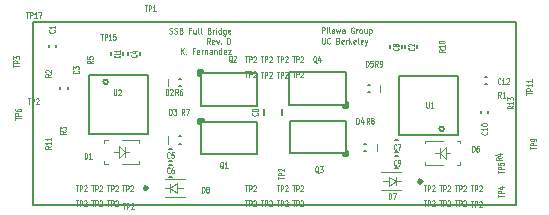
<source format=gbr>
G04 #@! TF.GenerationSoftware,KiCad,Pcbnew,(5.1.9)-1*
G04 #@! TF.CreationDate,2021-10-23T14:42:36-07:00*
G04 #@! TF.ProjectId,Buffer - Rev D,42756666-6572-4202-9d20-52657620442e,rev?*
G04 #@! TF.SameCoordinates,Original*
G04 #@! TF.FileFunction,Legend,Top*
G04 #@! TF.FilePolarity,Positive*
%FSLAX46Y46*%
G04 Gerber Fmt 4.6, Leading zero omitted, Abs format (unit mm)*
G04 Created by KiCad (PCBNEW (5.1.9)-1) date 2021-10-23 14:42:36*
%MOMM*%
%LPD*%
G01*
G04 APERTURE LIST*
%ADD10C,0.111125*%
G04 #@! TA.AperFunction,Profile*
%ADD11C,0.200000*%
G04 #@! TD*
%ADD12C,0.150000*%
%ADD13C,0.100000*%
%ADD14C,0.120000*%
%ADD15C,0.300000*%
%ADD16C,0.063500*%
G04 APERTURE END LIST*
D10*
X151369024Y-93712287D02*
X151369024Y-93204287D01*
X151538357Y-93204287D01*
X151580691Y-93228478D01*
X151601857Y-93252668D01*
X151623024Y-93301049D01*
X151623024Y-93373620D01*
X151601857Y-93422001D01*
X151580691Y-93446192D01*
X151538357Y-93470382D01*
X151369024Y-93470382D01*
X151813524Y-93712287D02*
X151813524Y-93373620D01*
X151813524Y-93204287D02*
X151792357Y-93228478D01*
X151813524Y-93252668D01*
X151834691Y-93228478D01*
X151813524Y-93204287D01*
X151813524Y-93252668D01*
X152088691Y-93712287D02*
X152046357Y-93688097D01*
X152025191Y-93639716D01*
X152025191Y-93204287D01*
X152448524Y-93712287D02*
X152448524Y-93446192D01*
X152427357Y-93397811D01*
X152385024Y-93373620D01*
X152300357Y-93373620D01*
X152258024Y-93397811D01*
X152448524Y-93688097D02*
X152406191Y-93712287D01*
X152300357Y-93712287D01*
X152258024Y-93688097D01*
X152236857Y-93639716D01*
X152236857Y-93591335D01*
X152258024Y-93542954D01*
X152300357Y-93518763D01*
X152406191Y-93518763D01*
X152448524Y-93494573D01*
X152617857Y-93373620D02*
X152702524Y-93712287D01*
X152787191Y-93470382D01*
X152871857Y-93712287D01*
X152956524Y-93373620D01*
X153316357Y-93712287D02*
X153316357Y-93446192D01*
X153295191Y-93397811D01*
X153252857Y-93373620D01*
X153168191Y-93373620D01*
X153125857Y-93397811D01*
X153316357Y-93688097D02*
X153274024Y-93712287D01*
X153168191Y-93712287D01*
X153125857Y-93688097D01*
X153104691Y-93639716D01*
X153104691Y-93591335D01*
X153125857Y-93542954D01*
X153168191Y-93518763D01*
X153274024Y-93518763D01*
X153316357Y-93494573D01*
X154099524Y-93228478D02*
X154057191Y-93204287D01*
X153993691Y-93204287D01*
X153930191Y-93228478D01*
X153887857Y-93276858D01*
X153866691Y-93325239D01*
X153845524Y-93422001D01*
X153845524Y-93494573D01*
X153866691Y-93591335D01*
X153887857Y-93639716D01*
X153930191Y-93688097D01*
X153993691Y-93712287D01*
X154036024Y-93712287D01*
X154099524Y-93688097D01*
X154120691Y-93663906D01*
X154120691Y-93494573D01*
X154036024Y-93494573D01*
X154311191Y-93712287D02*
X154311191Y-93373620D01*
X154311191Y-93470382D02*
X154332357Y-93422001D01*
X154353524Y-93397811D01*
X154395857Y-93373620D01*
X154438191Y-93373620D01*
X154649857Y-93712287D02*
X154607524Y-93688097D01*
X154586357Y-93663906D01*
X154565191Y-93615525D01*
X154565191Y-93470382D01*
X154586357Y-93422001D01*
X154607524Y-93397811D01*
X154649857Y-93373620D01*
X154713357Y-93373620D01*
X154755691Y-93397811D01*
X154776857Y-93422001D01*
X154798024Y-93470382D01*
X154798024Y-93615525D01*
X154776857Y-93663906D01*
X154755691Y-93688097D01*
X154713357Y-93712287D01*
X154649857Y-93712287D01*
X155179024Y-93373620D02*
X155179024Y-93712287D01*
X154988524Y-93373620D02*
X154988524Y-93639716D01*
X155009691Y-93688097D01*
X155052024Y-93712287D01*
X155115524Y-93712287D01*
X155157857Y-93688097D01*
X155179024Y-93663906D01*
X155390691Y-93373620D02*
X155390691Y-93881620D01*
X155390691Y-93397811D02*
X155433024Y-93373620D01*
X155517691Y-93373620D01*
X155560024Y-93397811D01*
X155581191Y-93422001D01*
X155602357Y-93470382D01*
X155602357Y-93615525D01*
X155581191Y-93663906D01*
X155560024Y-93688097D01*
X155517691Y-93712287D01*
X155433024Y-93712287D01*
X155390691Y-93688097D01*
X151369024Y-94077412D02*
X151369024Y-94488650D01*
X151390191Y-94537031D01*
X151411357Y-94561222D01*
X151453691Y-94585412D01*
X151538357Y-94585412D01*
X151580691Y-94561222D01*
X151601857Y-94537031D01*
X151623024Y-94488650D01*
X151623024Y-94077412D01*
X152088691Y-94537031D02*
X152067524Y-94561222D01*
X152004024Y-94585412D01*
X151961691Y-94585412D01*
X151898191Y-94561222D01*
X151855857Y-94512841D01*
X151834691Y-94464460D01*
X151813524Y-94367698D01*
X151813524Y-94295126D01*
X151834691Y-94198364D01*
X151855857Y-94149983D01*
X151898191Y-94101603D01*
X151961691Y-94077412D01*
X152004024Y-94077412D01*
X152067524Y-94101603D01*
X152088691Y-94125793D01*
X152766024Y-94319317D02*
X152829524Y-94343507D01*
X152850691Y-94367698D01*
X152871857Y-94416079D01*
X152871857Y-94488650D01*
X152850691Y-94537031D01*
X152829524Y-94561222D01*
X152787191Y-94585412D01*
X152617857Y-94585412D01*
X152617857Y-94077412D01*
X152766024Y-94077412D01*
X152808357Y-94101603D01*
X152829524Y-94125793D01*
X152850691Y-94174174D01*
X152850691Y-94222555D01*
X152829524Y-94270936D01*
X152808357Y-94295126D01*
X152766024Y-94319317D01*
X152617857Y-94319317D01*
X153231691Y-94561222D02*
X153189357Y-94585412D01*
X153104691Y-94585412D01*
X153062357Y-94561222D01*
X153041191Y-94512841D01*
X153041191Y-94319317D01*
X153062357Y-94270936D01*
X153104691Y-94246745D01*
X153189357Y-94246745D01*
X153231691Y-94270936D01*
X153252857Y-94319317D01*
X153252857Y-94367698D01*
X153041191Y-94416079D01*
X153443357Y-94585412D02*
X153443357Y-94246745D01*
X153443357Y-94343507D02*
X153464524Y-94295126D01*
X153485691Y-94270936D01*
X153528024Y-94246745D01*
X153570357Y-94246745D01*
X153718524Y-94585412D02*
X153718524Y-94077412D01*
X153760857Y-94391888D02*
X153887857Y-94585412D01*
X153887857Y-94246745D02*
X153718524Y-94440269D01*
X154247691Y-94561222D02*
X154205357Y-94585412D01*
X154120691Y-94585412D01*
X154078357Y-94561222D01*
X154057191Y-94512841D01*
X154057191Y-94319317D01*
X154078357Y-94270936D01*
X154120691Y-94246745D01*
X154205357Y-94246745D01*
X154247691Y-94270936D01*
X154268857Y-94319317D01*
X154268857Y-94367698D01*
X154057191Y-94416079D01*
X154522857Y-94585412D02*
X154480524Y-94561222D01*
X154459357Y-94512841D01*
X154459357Y-94077412D01*
X154861524Y-94561222D02*
X154819191Y-94585412D01*
X154734524Y-94585412D01*
X154692191Y-94561222D01*
X154671024Y-94512841D01*
X154671024Y-94319317D01*
X154692191Y-94270936D01*
X154734524Y-94246745D01*
X154819191Y-94246745D01*
X154861524Y-94270936D01*
X154882691Y-94319317D01*
X154882691Y-94367698D01*
X154671024Y-94416079D01*
X155030857Y-94246745D02*
X155136691Y-94585412D01*
X155242524Y-94246745D02*
X155136691Y-94585412D01*
X155094357Y-94706364D01*
X155073191Y-94730555D01*
X155030857Y-94754745D01*
X138490695Y-93708734D02*
X138554195Y-93732924D01*
X138660028Y-93732924D01*
X138702362Y-93708734D01*
X138723528Y-93684543D01*
X138744695Y-93636162D01*
X138744695Y-93587781D01*
X138723528Y-93539400D01*
X138702362Y-93515210D01*
X138660028Y-93491019D01*
X138575362Y-93466829D01*
X138533028Y-93442638D01*
X138511862Y-93418448D01*
X138490695Y-93370067D01*
X138490695Y-93321686D01*
X138511862Y-93273305D01*
X138533028Y-93249115D01*
X138575362Y-93224924D01*
X138681195Y-93224924D01*
X138744695Y-93249115D01*
X138914028Y-93708734D02*
X138977528Y-93732924D01*
X139083362Y-93732924D01*
X139125695Y-93708734D01*
X139146862Y-93684543D01*
X139168028Y-93636162D01*
X139168028Y-93587781D01*
X139146862Y-93539400D01*
X139125695Y-93515210D01*
X139083362Y-93491019D01*
X138998695Y-93466829D01*
X138956362Y-93442638D01*
X138935195Y-93418448D01*
X138914028Y-93370067D01*
X138914028Y-93321686D01*
X138935195Y-93273305D01*
X138956362Y-93249115D01*
X138998695Y-93224924D01*
X139104528Y-93224924D01*
X139168028Y-93249115D01*
X139506695Y-93466829D02*
X139570195Y-93491019D01*
X139591362Y-93515210D01*
X139612528Y-93563591D01*
X139612528Y-93636162D01*
X139591362Y-93684543D01*
X139570195Y-93708734D01*
X139527862Y-93732924D01*
X139358528Y-93732924D01*
X139358528Y-93224924D01*
X139506695Y-93224924D01*
X139549028Y-93249115D01*
X139570195Y-93273305D01*
X139591362Y-93321686D01*
X139591362Y-93370067D01*
X139570195Y-93418448D01*
X139549028Y-93442638D01*
X139506695Y-93466829D01*
X139358528Y-93466829D01*
X140289862Y-93466829D02*
X140141695Y-93466829D01*
X140141695Y-93732924D02*
X140141695Y-93224924D01*
X140353362Y-93224924D01*
X140713195Y-93394257D02*
X140713195Y-93732924D01*
X140522695Y-93394257D02*
X140522695Y-93660353D01*
X140543862Y-93708734D01*
X140586195Y-93732924D01*
X140649695Y-93732924D01*
X140692028Y-93708734D01*
X140713195Y-93684543D01*
X140988362Y-93732924D02*
X140946028Y-93708734D01*
X140924862Y-93660353D01*
X140924862Y-93224924D01*
X141221195Y-93732924D02*
X141178862Y-93708734D01*
X141157695Y-93660353D01*
X141157695Y-93224924D01*
X141877362Y-93466829D02*
X141940862Y-93491019D01*
X141962028Y-93515210D01*
X141983195Y-93563591D01*
X141983195Y-93636162D01*
X141962028Y-93684543D01*
X141940862Y-93708734D01*
X141898528Y-93732924D01*
X141729195Y-93732924D01*
X141729195Y-93224924D01*
X141877362Y-93224924D01*
X141919695Y-93249115D01*
X141940862Y-93273305D01*
X141962028Y-93321686D01*
X141962028Y-93370067D01*
X141940862Y-93418448D01*
X141919695Y-93442638D01*
X141877362Y-93466829D01*
X141729195Y-93466829D01*
X142173695Y-93732924D02*
X142173695Y-93394257D01*
X142173695Y-93491019D02*
X142194862Y-93442638D01*
X142216028Y-93418448D01*
X142258362Y-93394257D01*
X142300695Y-93394257D01*
X142448862Y-93732924D02*
X142448862Y-93394257D01*
X142448862Y-93224924D02*
X142427695Y-93249115D01*
X142448862Y-93273305D01*
X142470028Y-93249115D01*
X142448862Y-93224924D01*
X142448862Y-93273305D01*
X142851028Y-93732924D02*
X142851028Y-93224924D01*
X142851028Y-93708734D02*
X142808695Y-93732924D01*
X142724028Y-93732924D01*
X142681695Y-93708734D01*
X142660528Y-93684543D01*
X142639362Y-93636162D01*
X142639362Y-93491019D01*
X142660528Y-93442638D01*
X142681695Y-93418448D01*
X142724028Y-93394257D01*
X142808695Y-93394257D01*
X142851028Y-93418448D01*
X143253195Y-93394257D02*
X143253195Y-93805495D01*
X143232028Y-93853876D01*
X143210862Y-93878067D01*
X143168528Y-93902257D01*
X143105028Y-93902257D01*
X143062695Y-93878067D01*
X143253195Y-93708734D02*
X143210862Y-93732924D01*
X143126195Y-93732924D01*
X143083862Y-93708734D01*
X143062695Y-93684543D01*
X143041528Y-93636162D01*
X143041528Y-93491019D01*
X143062695Y-93442638D01*
X143083862Y-93418448D01*
X143126195Y-93394257D01*
X143210862Y-93394257D01*
X143253195Y-93418448D01*
X143634195Y-93708734D02*
X143591862Y-93732924D01*
X143507195Y-93732924D01*
X143464862Y-93708734D01*
X143443695Y-93660353D01*
X143443695Y-93466829D01*
X143464862Y-93418448D01*
X143507195Y-93394257D01*
X143591862Y-93394257D01*
X143634195Y-93418448D01*
X143655362Y-93466829D01*
X143655362Y-93515210D01*
X143443695Y-93563591D01*
X141940862Y-94606049D02*
X141792695Y-94364144D01*
X141686862Y-94606049D02*
X141686862Y-94098049D01*
X141856195Y-94098049D01*
X141898528Y-94122240D01*
X141919695Y-94146430D01*
X141940862Y-94194811D01*
X141940862Y-94267382D01*
X141919695Y-94315763D01*
X141898528Y-94339954D01*
X141856195Y-94364144D01*
X141686862Y-94364144D01*
X142300695Y-94581859D02*
X142258362Y-94606049D01*
X142173695Y-94606049D01*
X142131362Y-94581859D01*
X142110195Y-94533478D01*
X142110195Y-94339954D01*
X142131362Y-94291573D01*
X142173695Y-94267382D01*
X142258362Y-94267382D01*
X142300695Y-94291573D01*
X142321862Y-94339954D01*
X142321862Y-94388335D01*
X142110195Y-94436716D01*
X142470028Y-94267382D02*
X142575862Y-94606049D01*
X142681695Y-94267382D01*
X142851028Y-94557668D02*
X142872195Y-94581859D01*
X142851028Y-94606049D01*
X142829862Y-94581859D01*
X142851028Y-94557668D01*
X142851028Y-94606049D01*
X143401362Y-94606049D02*
X143401362Y-94098049D01*
X143507195Y-94098049D01*
X143570695Y-94122240D01*
X143613028Y-94170620D01*
X143634195Y-94219001D01*
X143655362Y-94315763D01*
X143655362Y-94388335D01*
X143634195Y-94485097D01*
X143613028Y-94533478D01*
X143570695Y-94581859D01*
X143507195Y-94606049D01*
X143401362Y-94606049D01*
X139464362Y-95479174D02*
X139464362Y-94971174D01*
X139718362Y-95479174D02*
X139527862Y-95188888D01*
X139718362Y-94971174D02*
X139464362Y-95261460D01*
X139908862Y-95430793D02*
X139930028Y-95454984D01*
X139908862Y-95479174D01*
X139887695Y-95454984D01*
X139908862Y-95430793D01*
X139908862Y-95479174D01*
X140607362Y-95213079D02*
X140459195Y-95213079D01*
X140459195Y-95479174D02*
X140459195Y-94971174D01*
X140670862Y-94971174D01*
X141009528Y-95454984D02*
X140967195Y-95479174D01*
X140882528Y-95479174D01*
X140840195Y-95454984D01*
X140819028Y-95406603D01*
X140819028Y-95213079D01*
X140840195Y-95164698D01*
X140882528Y-95140507D01*
X140967195Y-95140507D01*
X141009528Y-95164698D01*
X141030695Y-95213079D01*
X141030695Y-95261460D01*
X140819028Y-95309841D01*
X141221195Y-95479174D02*
X141221195Y-95140507D01*
X141221195Y-95237269D02*
X141242362Y-95188888D01*
X141263528Y-95164698D01*
X141305862Y-95140507D01*
X141348195Y-95140507D01*
X141496362Y-95140507D02*
X141496362Y-95479174D01*
X141496362Y-95188888D02*
X141517528Y-95164698D01*
X141559862Y-95140507D01*
X141623362Y-95140507D01*
X141665695Y-95164698D01*
X141686862Y-95213079D01*
X141686862Y-95479174D01*
X142089028Y-95479174D02*
X142089028Y-95213079D01*
X142067862Y-95164698D01*
X142025528Y-95140507D01*
X141940862Y-95140507D01*
X141898528Y-95164698D01*
X142089028Y-95454984D02*
X142046695Y-95479174D01*
X141940862Y-95479174D01*
X141898528Y-95454984D01*
X141877362Y-95406603D01*
X141877362Y-95358222D01*
X141898528Y-95309841D01*
X141940862Y-95285650D01*
X142046695Y-95285650D01*
X142089028Y-95261460D01*
X142300695Y-95140507D02*
X142300695Y-95479174D01*
X142300695Y-95188888D02*
X142321862Y-95164698D01*
X142364195Y-95140507D01*
X142427695Y-95140507D01*
X142470028Y-95164698D01*
X142491195Y-95213079D01*
X142491195Y-95479174D01*
X142893362Y-95479174D02*
X142893362Y-94971174D01*
X142893362Y-95454984D02*
X142851028Y-95479174D01*
X142766362Y-95479174D01*
X142724028Y-95454984D01*
X142702862Y-95430793D01*
X142681695Y-95382412D01*
X142681695Y-95237269D01*
X142702862Y-95188888D01*
X142724028Y-95164698D01*
X142766362Y-95140507D01*
X142851028Y-95140507D01*
X142893362Y-95164698D01*
X143274362Y-95454984D02*
X143232028Y-95479174D01*
X143147362Y-95479174D01*
X143105028Y-95454984D01*
X143083862Y-95406603D01*
X143083862Y-95213079D01*
X143105028Y-95164698D01*
X143147362Y-95140507D01*
X143232028Y-95140507D01*
X143274362Y-95164698D01*
X143295528Y-95213079D01*
X143295528Y-95261460D01*
X143083862Y-95309841D01*
X143443695Y-95140507D02*
X143676528Y-95140507D01*
X143443695Y-95479174D01*
X143676528Y-95479174D01*
D11*
X126959360Y-92776040D02*
X126959360Y-108270040D01*
X167853360Y-92776040D02*
X126959360Y-92776040D01*
X167853360Y-108270040D02*
X167853360Y-92776040D01*
X126959360Y-108270040D02*
X167853360Y-108270040D01*
D12*
X136688360Y-97270040D02*
X136688360Y-102270040D01*
X131688360Y-97270040D02*
X131688360Y-102270040D01*
X136688360Y-97270040D02*
X131688360Y-97270040D01*
X136688360Y-102270040D02*
X131688360Y-102270040D01*
X133288360Y-97820040D02*
G75*
G03*
X133288360Y-97820040I-200000J0D01*
G01*
X157934660Y-102351840D02*
X157934660Y-97351840D01*
X162934660Y-102351840D02*
X162934660Y-97351840D01*
X157934660Y-102351840D02*
X162934660Y-102351840D01*
X157934660Y-97351840D02*
X162934660Y-97351840D01*
X161734660Y-101801840D02*
G75*
G03*
X161734660Y-101801840I-200000J0D01*
G01*
D13*
X135952360Y-104761540D02*
X135652360Y-104761540D01*
X135952360Y-104561540D02*
X135952360Y-104761540D01*
X132952360Y-104761540D02*
X132952360Y-104561540D01*
X133252360Y-104761540D02*
X132952360Y-104761540D01*
X132952360Y-102761540D02*
X133252360Y-102761540D01*
X132952360Y-102961540D02*
X132952360Y-102761540D01*
X135952360Y-102761540D02*
X135652360Y-102761540D01*
X135952360Y-102961540D02*
X135952360Y-102761540D01*
X135652360Y-104761540D02*
X134452360Y-104761540D01*
X135652360Y-102761540D02*
X134452360Y-102761540D01*
D14*
X134702360Y-103761540D02*
X134202360Y-104261540D01*
X134702360Y-103761540D02*
X134202360Y-103261540D01*
X134202360Y-104261540D02*
X134202360Y-103261540D01*
X134702360Y-104161540D02*
X134702360Y-103361540D01*
X134702360Y-103761540D02*
X135102360Y-103761540D01*
X134202360Y-103761540D02*
X133802360Y-103761540D01*
D13*
X160130360Y-102825040D02*
X160430360Y-102825040D01*
X160130360Y-103025040D02*
X160130360Y-102825040D01*
X163130360Y-102825040D02*
X163130360Y-103025040D01*
X162830360Y-102825040D02*
X163130360Y-102825040D01*
X163130360Y-104825040D02*
X162830360Y-104825040D01*
X163130360Y-104625040D02*
X163130360Y-104825040D01*
X160130360Y-104825040D02*
X160430360Y-104825040D01*
X160130360Y-104625040D02*
X160130360Y-104825040D01*
X160430360Y-102825040D02*
X161630360Y-102825040D01*
X160430360Y-104825040D02*
X161630360Y-104825040D01*
D14*
X161380360Y-103825040D02*
X161880360Y-103325040D01*
X161380360Y-103825040D02*
X161880360Y-104325040D01*
X161880360Y-103325040D02*
X161880360Y-104325040D01*
X161380360Y-103425040D02*
X161380360Y-104225040D01*
X161380360Y-103825040D02*
X160980360Y-103825040D01*
X161880360Y-103825040D02*
X162280360Y-103825040D01*
D12*
X157144545Y-94739099D02*
X157144545Y-94993099D01*
X158160545Y-94739099D02*
X158160545Y-94993099D01*
X135976360Y-95316040D02*
X135976360Y-95570040D01*
X134960360Y-95316040D02*
X134960360Y-95570040D01*
X158414545Y-94739099D02*
X158414545Y-94993099D01*
X159430545Y-94739099D02*
X159430545Y-94993099D01*
X134579360Y-95316040D02*
X134579360Y-95570040D01*
X133563360Y-95316040D02*
X133563360Y-95570040D01*
X146504660Y-100637340D02*
X146504660Y-100129340D01*
X148028660Y-100637340D02*
X148028660Y-100129340D01*
D14*
X138135360Y-106047540D02*
X139786360Y-106047540D01*
X138135360Y-107571540D02*
X139786360Y-107571540D01*
D13*
X138147360Y-106809540D02*
X138547360Y-106809540D01*
X138547360Y-106809540D02*
X138547360Y-106459540D01*
X138547360Y-106809540D02*
X138547360Y-107159540D01*
X138547360Y-106809540D02*
X139147360Y-106409540D01*
X139147360Y-106409540D02*
X139147360Y-107209540D01*
X139147360Y-107209540D02*
X138547360Y-106809540D01*
X139147360Y-106809540D02*
X139647360Y-106809540D01*
D15*
X136611360Y-106809540D02*
G75*
G03*
X136611360Y-106809540I-127000J0D01*
G01*
D14*
X158074360Y-107000040D02*
X156423360Y-107000040D01*
X158074360Y-105476040D02*
X156423360Y-105476040D01*
D13*
X158062360Y-106238040D02*
X157662360Y-106238040D01*
X157662360Y-106238040D02*
X157662360Y-106588040D01*
X157662360Y-106238040D02*
X157662360Y-105888040D01*
X157662360Y-106238040D02*
X157062360Y-106638040D01*
X157062360Y-106638040D02*
X157062360Y-105838040D01*
X157062360Y-105838040D02*
X157662360Y-106238040D01*
X157062360Y-106238040D02*
X156562360Y-106238040D01*
D15*
X159852360Y-106238040D02*
G75*
G03*
X159852360Y-106238040I-127000J0D01*
G01*
D12*
X128859360Y-94670040D02*
X128859360Y-94870040D01*
X128259360Y-94670040D02*
X128259360Y-94870040D01*
X129259360Y-98264040D02*
X129259360Y-98464040D01*
X129859360Y-98264040D02*
X129859360Y-98464040D01*
X138441921Y-103502794D02*
X138695921Y-103502794D01*
X138441921Y-104518794D02*
X138695921Y-104518794D01*
X138428053Y-104841040D02*
X138682053Y-104841040D01*
X138428053Y-105857040D02*
X138682053Y-105857040D01*
X157871160Y-103799640D02*
X157617160Y-103799640D01*
X157871160Y-102783640D02*
X157617160Y-102783640D01*
X157871160Y-105145840D02*
X157617160Y-105145840D01*
X157871160Y-104129840D02*
X157617160Y-104129840D01*
X164886360Y-100496040D02*
X164886360Y-100296040D01*
X165486360Y-100496040D02*
X165486360Y-100296040D01*
X165213360Y-97429040D02*
X165413360Y-97429040D01*
X165213360Y-98029040D02*
X165413360Y-98029040D01*
X139259360Y-97570040D02*
X139459360Y-97570040D01*
X139259360Y-98170040D02*
X139459360Y-98170040D01*
D14*
X138359360Y-97570040D02*
X138359360Y-98170040D01*
D12*
X139259360Y-102443040D02*
X139459360Y-102443040D01*
X139259360Y-103043040D02*
X139459360Y-103043040D01*
D14*
X138359360Y-102443040D02*
X138359360Y-103043040D01*
D12*
X155159360Y-103670040D02*
X154959360Y-103670040D01*
X155159360Y-103070040D02*
X154959360Y-103070040D01*
D14*
X156059360Y-103670040D02*
X156059360Y-103070040D01*
D12*
X155459360Y-98670040D02*
X155259360Y-98670040D01*
X155459360Y-98070040D02*
X155259360Y-98070040D01*
D14*
X156359360Y-98670040D02*
X156359360Y-98070040D01*
D12*
X141145553Y-103944998D02*
X141145553Y-101194998D01*
X141145553Y-101194998D02*
X145895553Y-101194998D01*
X145895553Y-103944998D02*
X141145553Y-103944998D01*
X145895553Y-101194998D02*
X145895553Y-103944998D01*
X141145553Y-101344998D02*
X141145553Y-101119998D01*
X140995553Y-101344998D02*
X141145553Y-101344998D01*
D15*
X140995553Y-101044998D02*
X140995553Y-101344998D01*
X141295553Y-101044998D02*
X140995553Y-101044998D01*
D12*
X141295553Y-101194998D02*
X141295553Y-101044998D01*
X141145553Y-101194998D02*
X141295553Y-101194998D01*
X140995553Y-101419998D02*
X141120553Y-101419998D01*
X141370553Y-101044998D02*
X141370553Y-101169998D01*
X141132853Y-99822698D02*
X141132853Y-97072698D01*
X141132853Y-97072698D02*
X145882853Y-97072698D01*
X145882853Y-99822698D02*
X141132853Y-99822698D01*
X145882853Y-97072698D02*
X145882853Y-99822698D01*
X141132853Y-97222698D02*
X141132853Y-96997698D01*
X140982853Y-97222698D02*
X141132853Y-97222698D01*
D15*
X140982853Y-96922698D02*
X140982853Y-97222698D01*
X141282853Y-96922698D02*
X140982853Y-96922698D01*
D12*
X141282853Y-97072698D02*
X141282853Y-96922698D01*
X141132853Y-97072698D02*
X141282853Y-97072698D01*
X140982853Y-97297698D02*
X141107853Y-97297698D01*
X141357853Y-96922698D02*
X141357853Y-97047698D01*
X153413560Y-101131498D02*
X153413560Y-103881498D01*
X153413560Y-103881498D02*
X148663560Y-103881498D01*
X148663560Y-101131498D02*
X153413560Y-101131498D01*
X148663560Y-103881498D02*
X148663560Y-101131498D01*
X153413560Y-103731498D02*
X153413560Y-103956498D01*
X153563560Y-103731498D02*
X153413560Y-103731498D01*
D15*
X153563560Y-104031498D02*
X153563560Y-103731498D01*
X153263560Y-104031498D02*
X153563560Y-104031498D01*
D12*
X153263560Y-103881498D02*
X153263560Y-104031498D01*
X153413560Y-103881498D02*
X153263560Y-103881498D01*
X153563560Y-103656498D02*
X153438560Y-103656498D01*
X153188560Y-104031498D02*
X153188560Y-103906498D01*
X153402153Y-97009198D02*
X153402153Y-99759198D01*
X153402153Y-99759198D02*
X148652153Y-99759198D01*
X148652153Y-97009198D02*
X153402153Y-97009198D01*
X148652153Y-99759198D02*
X148652153Y-97009198D01*
X153402153Y-99609198D02*
X153402153Y-99834198D01*
X153552153Y-99609198D02*
X153402153Y-99609198D01*
D15*
X153552153Y-99909198D02*
X153552153Y-99609198D01*
X153252153Y-99909198D02*
X153552153Y-99909198D01*
D12*
X153252153Y-99759198D02*
X153252153Y-99909198D01*
X153402153Y-99759198D02*
X153252153Y-99759198D01*
X153552153Y-99534198D02*
X153427153Y-99534198D01*
X153177153Y-99909198D02*
X153177153Y-99784198D01*
D16*
X133781074Y-98466849D02*
X133781074Y-98878087D01*
X133799217Y-98926468D01*
X133817360Y-98950659D01*
X133853645Y-98974849D01*
X133926217Y-98974849D01*
X133962502Y-98950659D01*
X133980645Y-98926468D01*
X133998788Y-98878087D01*
X133998788Y-98466849D01*
X134162074Y-98515230D02*
X134180217Y-98491040D01*
X134216502Y-98466849D01*
X134307217Y-98466849D01*
X134343502Y-98491040D01*
X134361645Y-98515230D01*
X134379788Y-98563611D01*
X134379788Y-98611992D01*
X134361645Y-98684563D01*
X134143931Y-98974849D01*
X134379788Y-98974849D01*
X160247874Y-99495549D02*
X160247874Y-99906787D01*
X160266017Y-99955168D01*
X160284160Y-99979359D01*
X160320445Y-100003549D01*
X160393017Y-100003549D01*
X160429302Y-99979359D01*
X160447445Y-99955168D01*
X160465588Y-99906787D01*
X160465588Y-99495549D01*
X160846588Y-100003549D02*
X160628874Y-100003549D01*
X160737731Y-100003549D02*
X160737731Y-99495549D01*
X160701445Y-99568120D01*
X160665160Y-99616501D01*
X160628874Y-99640692D01*
X131318785Y-104329809D02*
X131318785Y-103821809D01*
X131409500Y-103821809D01*
X131463928Y-103846000D01*
X131500214Y-103894380D01*
X131518357Y-103942761D01*
X131536500Y-104039523D01*
X131536500Y-104112095D01*
X131518357Y-104208857D01*
X131500214Y-104257238D01*
X131463928Y-104305619D01*
X131409500Y-104329809D01*
X131318785Y-104329809D01*
X131899357Y-104329809D02*
X131681642Y-104329809D01*
X131790500Y-104329809D02*
X131790500Y-103821809D01*
X131754214Y-103894380D01*
X131717928Y-103942761D01*
X131681642Y-103966952D01*
X164118785Y-103729809D02*
X164118785Y-103221809D01*
X164209500Y-103221809D01*
X164263928Y-103246000D01*
X164300214Y-103294380D01*
X164318357Y-103342761D01*
X164336500Y-103439523D01*
X164336500Y-103512095D01*
X164318357Y-103608857D01*
X164300214Y-103657238D01*
X164263928Y-103705619D01*
X164209500Y-103729809D01*
X164118785Y-103729809D01*
X164663071Y-103221809D02*
X164590500Y-103221809D01*
X164554214Y-103246000D01*
X164536071Y-103270190D01*
X164499785Y-103342761D01*
X164481642Y-103439523D01*
X164481642Y-103633047D01*
X164499785Y-103681428D01*
X164517928Y-103705619D01*
X164554214Y-103729809D01*
X164626785Y-103729809D01*
X164663071Y-103705619D01*
X164681214Y-103681428D01*
X164699357Y-103633047D01*
X164699357Y-103512095D01*
X164681214Y-103463714D01*
X164663071Y-103439523D01*
X164626785Y-103415333D01*
X164554214Y-103415333D01*
X164517928Y-103439523D01*
X164499785Y-103463714D01*
X164481642Y-103512095D01*
X147574774Y-96961849D02*
X147792488Y-96961849D01*
X147683631Y-97469849D02*
X147683631Y-96961849D01*
X147919488Y-97469849D02*
X147919488Y-96961849D01*
X148064631Y-96961849D01*
X148100917Y-96986040D01*
X148119060Y-97010230D01*
X148137202Y-97058611D01*
X148137202Y-97131182D01*
X148119060Y-97179563D01*
X148100917Y-97203754D01*
X148064631Y-97227944D01*
X147919488Y-97227944D01*
X148282345Y-97010230D02*
X148300488Y-96986040D01*
X148336774Y-96961849D01*
X148427488Y-96961849D01*
X148463774Y-96986040D01*
X148481917Y-97010230D01*
X148500060Y-97058611D01*
X148500060Y-97106992D01*
X148481917Y-97179563D01*
X148264202Y-97469849D01*
X148500060Y-97469849D01*
X146228574Y-96961849D02*
X146446288Y-96961849D01*
X146337431Y-97469849D02*
X146337431Y-96961849D01*
X146573288Y-97469849D02*
X146573288Y-96961849D01*
X146718431Y-96961849D01*
X146754717Y-96986040D01*
X146772860Y-97010230D01*
X146791002Y-97058611D01*
X146791002Y-97131182D01*
X146772860Y-97179563D01*
X146754717Y-97203754D01*
X146718431Y-97227944D01*
X146573288Y-97227944D01*
X146936145Y-97010230D02*
X146954288Y-96986040D01*
X146990574Y-96961849D01*
X147081288Y-96961849D01*
X147117574Y-96986040D01*
X147135717Y-97010230D01*
X147153860Y-97058611D01*
X147153860Y-97106992D01*
X147135717Y-97179563D01*
X146918002Y-97469849D01*
X147153860Y-97469849D01*
X157849388Y-94937156D02*
X157873579Y-94952275D01*
X157897769Y-94997632D01*
X157897769Y-95027870D01*
X157873579Y-95073228D01*
X157825198Y-95103466D01*
X157776817Y-95118585D01*
X157680055Y-95133704D01*
X157607483Y-95133704D01*
X157510721Y-95118585D01*
X157462340Y-95103466D01*
X157413960Y-95073228D01*
X157389769Y-95027870D01*
X157389769Y-94997632D01*
X157413960Y-94952275D01*
X157438150Y-94937156D01*
X157607483Y-94755728D02*
X157583293Y-94785966D01*
X157559102Y-94801085D01*
X157510721Y-94816204D01*
X157486531Y-94816204D01*
X157438150Y-94801085D01*
X157413960Y-94785966D01*
X157389769Y-94755728D01*
X157389769Y-94695251D01*
X157413960Y-94665013D01*
X157438150Y-94649894D01*
X157486531Y-94634775D01*
X157510721Y-94634775D01*
X157559102Y-94649894D01*
X157583293Y-94665013D01*
X157607483Y-94695251D01*
X157607483Y-94755728D01*
X157631674Y-94785966D01*
X157655864Y-94801085D01*
X157704245Y-94816204D01*
X157801007Y-94816204D01*
X157849388Y-94801085D01*
X157873579Y-94785966D01*
X157897769Y-94755728D01*
X157897769Y-94695251D01*
X157873579Y-94665013D01*
X157849388Y-94649894D01*
X157801007Y-94634775D01*
X157704245Y-94634775D01*
X157655864Y-94649894D01*
X157631674Y-94665013D01*
X157607483Y-94695251D01*
X135675188Y-95508656D02*
X135699379Y-95523775D01*
X135723569Y-95569132D01*
X135723569Y-95599370D01*
X135699379Y-95644728D01*
X135650998Y-95674966D01*
X135602617Y-95690085D01*
X135505855Y-95705204D01*
X135433283Y-95705204D01*
X135336521Y-95690085D01*
X135288140Y-95674966D01*
X135239760Y-95644728D01*
X135215569Y-95599370D01*
X135215569Y-95569132D01*
X135239760Y-95523775D01*
X135263950Y-95508656D01*
X135384902Y-95236513D02*
X135723569Y-95236513D01*
X135191379Y-95312109D02*
X135554236Y-95387704D01*
X135554236Y-95191156D01*
X159182888Y-94924456D02*
X159207079Y-94939575D01*
X159231269Y-94984932D01*
X159231269Y-95015170D01*
X159207079Y-95060528D01*
X159158698Y-95090766D01*
X159110317Y-95105885D01*
X159013555Y-95121004D01*
X158940983Y-95121004D01*
X158844221Y-95105885D01*
X158795840Y-95090766D01*
X158747460Y-95060528D01*
X158723269Y-95015170D01*
X158723269Y-94984932D01*
X158747460Y-94939575D01*
X158771650Y-94924456D01*
X158771650Y-94803504D02*
X158747460Y-94788385D01*
X158723269Y-94758147D01*
X158723269Y-94682551D01*
X158747460Y-94652313D01*
X158771650Y-94637194D01*
X158820031Y-94622075D01*
X158868412Y-94622075D01*
X158940983Y-94637194D01*
X159231269Y-94818623D01*
X159231269Y-94622075D01*
X134252788Y-95593625D02*
X134276979Y-95605720D01*
X134301169Y-95642006D01*
X134301169Y-95666197D01*
X134276979Y-95702482D01*
X134228598Y-95726673D01*
X134180217Y-95738768D01*
X134083455Y-95750863D01*
X134010883Y-95750863D01*
X133914121Y-95738768D01*
X133865740Y-95726673D01*
X133817360Y-95702482D01*
X133793169Y-95666197D01*
X133793169Y-95642006D01*
X133817360Y-95605720D01*
X133841550Y-95593625D01*
X134301169Y-95351720D02*
X134301169Y-95496863D01*
X134301169Y-95424292D02*
X133793169Y-95424292D01*
X133865740Y-95448482D01*
X133914121Y-95472673D01*
X133938312Y-95496863D01*
X134301169Y-95109816D02*
X134301169Y-95254959D01*
X134301169Y-95182387D02*
X133793169Y-95182387D01*
X133865740Y-95206578D01*
X133914121Y-95230768D01*
X133938312Y-95254959D01*
X128471869Y-103257168D02*
X128229964Y-103384168D01*
X128471869Y-103474882D02*
X127963869Y-103474882D01*
X127963869Y-103329740D01*
X127988060Y-103293454D01*
X128012250Y-103275311D01*
X128060631Y-103257168D01*
X128133202Y-103257168D01*
X128181583Y-103275311D01*
X128205774Y-103293454D01*
X128229964Y-103329740D01*
X128229964Y-103474882D01*
X128471869Y-102894311D02*
X128471869Y-103112025D01*
X128471869Y-103003168D02*
X127963869Y-103003168D01*
X128036440Y-103039454D01*
X128084821Y-103075740D01*
X128109012Y-103112025D01*
X128471869Y-102531454D02*
X128471869Y-102749168D01*
X128471869Y-102640311D02*
X127963869Y-102640311D01*
X128036440Y-102676597D01*
X128084821Y-102712882D01*
X128109012Y-102749168D01*
X166609969Y-104218740D02*
X166368064Y-104345740D01*
X166609969Y-104436454D02*
X166101969Y-104436454D01*
X166101969Y-104291311D01*
X166126160Y-104255025D01*
X166150350Y-104236882D01*
X166198731Y-104218740D01*
X166271302Y-104218740D01*
X166319683Y-104236882D01*
X166343874Y-104255025D01*
X166368064Y-104291311D01*
X166368064Y-104436454D01*
X166271302Y-103892168D02*
X166609969Y-103892168D01*
X166077779Y-103982882D02*
X166440636Y-104073597D01*
X166440636Y-103837740D01*
X145924088Y-100446840D02*
X145948279Y-100464982D01*
X145972469Y-100519411D01*
X145972469Y-100555697D01*
X145948279Y-100610125D01*
X145899898Y-100646411D01*
X145851517Y-100664554D01*
X145754755Y-100682697D01*
X145682183Y-100682697D01*
X145585421Y-100664554D01*
X145537040Y-100646411D01*
X145488660Y-100610125D01*
X145464469Y-100555697D01*
X145464469Y-100519411D01*
X145488660Y-100464982D01*
X145512850Y-100446840D01*
X145464469Y-100210982D02*
X145464469Y-100174697D01*
X145488660Y-100138411D01*
X145512850Y-100120268D01*
X145561231Y-100102125D01*
X145657993Y-100083982D01*
X145778945Y-100083982D01*
X145875707Y-100102125D01*
X145924088Y-100120268D01*
X145948279Y-100138411D01*
X145972469Y-100174697D01*
X145972469Y-100210982D01*
X145948279Y-100247268D01*
X145924088Y-100265411D01*
X145875707Y-100283554D01*
X145778945Y-100301697D01*
X145657993Y-100301697D01*
X145561231Y-100283554D01*
X145512850Y-100265411D01*
X145488660Y-100247268D01*
X145464469Y-100210982D01*
X141245045Y-107191749D02*
X141245045Y-106683749D01*
X141335760Y-106683749D01*
X141390188Y-106707940D01*
X141426474Y-106756320D01*
X141444617Y-106804701D01*
X141462760Y-106901463D01*
X141462760Y-106974035D01*
X141444617Y-107070797D01*
X141426474Y-107119178D01*
X141390188Y-107167559D01*
X141335760Y-107191749D01*
X141245045Y-107191749D01*
X141680474Y-106901463D02*
X141644188Y-106877273D01*
X141626045Y-106853082D01*
X141607902Y-106804701D01*
X141607902Y-106780511D01*
X141626045Y-106732130D01*
X141644188Y-106707940D01*
X141680474Y-106683749D01*
X141753045Y-106683749D01*
X141789331Y-106707940D01*
X141807474Y-106732130D01*
X141825617Y-106780511D01*
X141825617Y-106804701D01*
X141807474Y-106853082D01*
X141789331Y-106877273D01*
X141753045Y-106901463D01*
X141680474Y-106901463D01*
X141644188Y-106925654D01*
X141626045Y-106949844D01*
X141607902Y-106998225D01*
X141607902Y-107094987D01*
X141626045Y-107143368D01*
X141644188Y-107167559D01*
X141680474Y-107191749D01*
X141753045Y-107191749D01*
X141789331Y-107167559D01*
X141807474Y-107143368D01*
X141825617Y-107094987D01*
X141825617Y-106998225D01*
X141807474Y-106949844D01*
X141789331Y-106925654D01*
X141753045Y-106901463D01*
X157056545Y-107725149D02*
X157056545Y-107217149D01*
X157147260Y-107217149D01*
X157201688Y-107241340D01*
X157237974Y-107289720D01*
X157256117Y-107338101D01*
X157274260Y-107434863D01*
X157274260Y-107507435D01*
X157256117Y-107604197D01*
X157237974Y-107652578D01*
X157201688Y-107700959D01*
X157147260Y-107725149D01*
X157056545Y-107725149D01*
X157401260Y-107217149D02*
X157655260Y-107217149D01*
X157491974Y-107725149D01*
X136384574Y-91354849D02*
X136602288Y-91354849D01*
X136493431Y-91862849D02*
X136493431Y-91354849D01*
X136729288Y-91862849D02*
X136729288Y-91354849D01*
X136874431Y-91354849D01*
X136910717Y-91379040D01*
X136928860Y-91403230D01*
X136947002Y-91451611D01*
X136947002Y-91524182D01*
X136928860Y-91572563D01*
X136910717Y-91596754D01*
X136874431Y-91620944D01*
X136729288Y-91620944D01*
X137309860Y-91862849D02*
X137092145Y-91862849D01*
X137201002Y-91862849D02*
X137201002Y-91354849D01*
X137164717Y-91427420D01*
X137128431Y-91475801D01*
X137092145Y-91499992D01*
X144893574Y-96926949D02*
X145111288Y-96926949D01*
X145002431Y-97434949D02*
X145002431Y-96926949D01*
X145238288Y-97434949D02*
X145238288Y-96926949D01*
X145383431Y-96926949D01*
X145419717Y-96951140D01*
X145437860Y-96975330D01*
X145456002Y-97023711D01*
X145456002Y-97096282D01*
X145437860Y-97144663D01*
X145419717Y-97168854D01*
X145383431Y-97193044D01*
X145238288Y-97193044D01*
X145601145Y-96975330D02*
X145619288Y-96951140D01*
X145655574Y-96926949D01*
X145746288Y-96926949D01*
X145782574Y-96951140D01*
X145800717Y-96975330D01*
X145818860Y-97023711D01*
X145818860Y-97072092D01*
X145800717Y-97144663D01*
X145583002Y-97434949D01*
X145818860Y-97434949D01*
X144893574Y-95656949D02*
X145111288Y-95656949D01*
X145002431Y-96164949D02*
X145002431Y-95656949D01*
X145238288Y-96164949D02*
X145238288Y-95656949D01*
X145383431Y-95656949D01*
X145419717Y-95681140D01*
X145437860Y-95705330D01*
X145456002Y-95753711D01*
X145456002Y-95826282D01*
X145437860Y-95874663D01*
X145419717Y-95898854D01*
X145383431Y-95923044D01*
X145238288Y-95923044D01*
X145601145Y-95705330D02*
X145619288Y-95681140D01*
X145655574Y-95656949D01*
X145746288Y-95656949D01*
X145782574Y-95681140D01*
X145800717Y-95705330D01*
X145818860Y-95753711D01*
X145818860Y-95802092D01*
X145800717Y-95874663D01*
X145583002Y-96164949D01*
X145818860Y-96164949D01*
X148894074Y-96926949D02*
X149111788Y-96926949D01*
X149002931Y-97434949D02*
X149002931Y-96926949D01*
X149238788Y-97434949D02*
X149238788Y-96926949D01*
X149383931Y-96926949D01*
X149420217Y-96951140D01*
X149438360Y-96975330D01*
X149456502Y-97023711D01*
X149456502Y-97096282D01*
X149438360Y-97144663D01*
X149420217Y-97168854D01*
X149383931Y-97193044D01*
X149238788Y-97193044D01*
X149601645Y-96975330D02*
X149619788Y-96951140D01*
X149656074Y-96926949D01*
X149746788Y-96926949D01*
X149783074Y-96951140D01*
X149801217Y-96975330D01*
X149819360Y-97023711D01*
X149819360Y-97072092D01*
X149801217Y-97144663D01*
X149583502Y-97434949D01*
X149819360Y-97434949D01*
X147560574Y-95656949D02*
X147778288Y-95656949D01*
X147669431Y-96164949D02*
X147669431Y-95656949D01*
X147905288Y-96164949D02*
X147905288Y-95656949D01*
X148050431Y-95656949D01*
X148086717Y-95681140D01*
X148104860Y-95705330D01*
X148123002Y-95753711D01*
X148123002Y-95826282D01*
X148104860Y-95874663D01*
X148086717Y-95898854D01*
X148050431Y-95923044D01*
X147905288Y-95923044D01*
X148268145Y-95705330D02*
X148286288Y-95681140D01*
X148322574Y-95656949D01*
X148413288Y-95656949D01*
X148449574Y-95681140D01*
X148467717Y-95705330D01*
X148485860Y-95753711D01*
X148485860Y-95802092D01*
X148467717Y-95874663D01*
X148250002Y-96164949D01*
X148485860Y-96164949D01*
X148894074Y-95656949D02*
X149111788Y-95656949D01*
X149002931Y-96164949D02*
X149002931Y-95656949D01*
X149238788Y-96164949D02*
X149238788Y-95656949D01*
X149383931Y-95656949D01*
X149420217Y-95681140D01*
X149438360Y-95705330D01*
X149456502Y-95753711D01*
X149456502Y-95826282D01*
X149438360Y-95874663D01*
X149420217Y-95898854D01*
X149383931Y-95923044D01*
X149238788Y-95923044D01*
X149601645Y-95705330D02*
X149619788Y-95681140D01*
X149656074Y-95656949D01*
X149746788Y-95656949D01*
X149783074Y-95681140D01*
X149801217Y-95705330D01*
X149819360Y-95753711D01*
X149819360Y-95802092D01*
X149801217Y-95874663D01*
X149583502Y-96164949D01*
X149819360Y-96164949D01*
X146227074Y-95656949D02*
X146444788Y-95656949D01*
X146335931Y-96164949D02*
X146335931Y-95656949D01*
X146571788Y-96164949D02*
X146571788Y-95656949D01*
X146716931Y-95656949D01*
X146753217Y-95681140D01*
X146771360Y-95705330D01*
X146789502Y-95753711D01*
X146789502Y-95826282D01*
X146771360Y-95874663D01*
X146753217Y-95898854D01*
X146716931Y-95923044D01*
X146571788Y-95923044D01*
X146934645Y-95705330D02*
X146952788Y-95681140D01*
X146989074Y-95656949D01*
X147079788Y-95656949D01*
X147116074Y-95681140D01*
X147134217Y-95705330D01*
X147152360Y-95753711D01*
X147152360Y-95802092D01*
X147134217Y-95874663D01*
X146916502Y-96164949D01*
X147152360Y-96164949D01*
X147560574Y-107864849D02*
X147778288Y-107864849D01*
X147669431Y-108372849D02*
X147669431Y-107864849D01*
X147905288Y-108372849D02*
X147905288Y-107864849D01*
X148050431Y-107864849D01*
X148086717Y-107889040D01*
X148104860Y-107913230D01*
X148123002Y-107961611D01*
X148123002Y-108034182D01*
X148104860Y-108082563D01*
X148086717Y-108106754D01*
X148050431Y-108130944D01*
X147905288Y-108130944D01*
X148268145Y-107913230D02*
X148286288Y-107889040D01*
X148322574Y-107864849D01*
X148413288Y-107864849D01*
X148449574Y-107889040D01*
X148467717Y-107913230D01*
X148485860Y-107961611D01*
X148485860Y-108009992D01*
X148467717Y-108082563D01*
X148250002Y-108372849D01*
X148485860Y-108372849D01*
X148894074Y-107864849D02*
X149111788Y-107864849D01*
X149002931Y-108372849D02*
X149002931Y-107864849D01*
X149238788Y-108372849D02*
X149238788Y-107864849D01*
X149383931Y-107864849D01*
X149420217Y-107889040D01*
X149438360Y-107913230D01*
X149456502Y-107961611D01*
X149456502Y-108034182D01*
X149438360Y-108082563D01*
X149420217Y-108106754D01*
X149383931Y-108130944D01*
X149238788Y-108130944D01*
X149601645Y-107913230D02*
X149619788Y-107889040D01*
X149656074Y-107864849D01*
X149746788Y-107864849D01*
X149783074Y-107889040D01*
X149801217Y-107913230D01*
X149819360Y-107961611D01*
X149819360Y-108009992D01*
X149801217Y-108082563D01*
X149583502Y-108372849D01*
X149819360Y-108372849D01*
X134530374Y-108118849D02*
X134748088Y-108118849D01*
X134639231Y-108626849D02*
X134639231Y-108118849D01*
X134875088Y-108626849D02*
X134875088Y-108118849D01*
X135020231Y-108118849D01*
X135056517Y-108143040D01*
X135074660Y-108167230D01*
X135092802Y-108215611D01*
X135092802Y-108288182D01*
X135074660Y-108336563D01*
X135056517Y-108360754D01*
X135020231Y-108384944D01*
X134875088Y-108384944D01*
X135237945Y-108167230D02*
X135256088Y-108143040D01*
X135292374Y-108118849D01*
X135383088Y-108118849D01*
X135419374Y-108143040D01*
X135437517Y-108167230D01*
X135455660Y-108215611D01*
X135455660Y-108263992D01*
X135437517Y-108336563D01*
X135219802Y-108626849D01*
X135455660Y-108626849D01*
X164007074Y-107941049D02*
X164224788Y-107941049D01*
X164115931Y-108449049D02*
X164115931Y-107941049D01*
X164351788Y-108449049D02*
X164351788Y-107941049D01*
X164496931Y-107941049D01*
X164533217Y-107965240D01*
X164551360Y-107989430D01*
X164569502Y-108037811D01*
X164569502Y-108110382D01*
X164551360Y-108158763D01*
X164533217Y-108182954D01*
X164496931Y-108207144D01*
X164351788Y-108207144D01*
X164714645Y-107989430D02*
X164732788Y-107965240D01*
X164769074Y-107941049D01*
X164859788Y-107941049D01*
X164896074Y-107965240D01*
X164914217Y-107989430D01*
X164932360Y-108037811D01*
X164932360Y-108086192D01*
X164914217Y-108158763D01*
X164696502Y-108449049D01*
X164932360Y-108449049D01*
X162673574Y-107864849D02*
X162891288Y-107864849D01*
X162782431Y-108372849D02*
X162782431Y-107864849D01*
X163018288Y-108372849D02*
X163018288Y-107864849D01*
X163163431Y-107864849D01*
X163199717Y-107889040D01*
X163217860Y-107913230D01*
X163236002Y-107961611D01*
X163236002Y-108034182D01*
X163217860Y-108082563D01*
X163199717Y-108106754D01*
X163163431Y-108130944D01*
X163018288Y-108130944D01*
X163381145Y-107913230D02*
X163399288Y-107889040D01*
X163435574Y-107864849D01*
X163526288Y-107864849D01*
X163562574Y-107889040D01*
X163580717Y-107913230D01*
X163598860Y-107961611D01*
X163598860Y-108009992D01*
X163580717Y-108082563D01*
X163363002Y-108372849D01*
X163598860Y-108372849D01*
X160006574Y-106594849D02*
X160224288Y-106594849D01*
X160115431Y-107102849D02*
X160115431Y-106594849D01*
X160351288Y-107102849D02*
X160351288Y-106594849D01*
X160496431Y-106594849D01*
X160532717Y-106619040D01*
X160550860Y-106643230D01*
X160569002Y-106691611D01*
X160569002Y-106764182D01*
X160550860Y-106812563D01*
X160532717Y-106836754D01*
X160496431Y-106860944D01*
X160351288Y-106860944D01*
X160714145Y-106643230D02*
X160732288Y-106619040D01*
X160768574Y-106594849D01*
X160859288Y-106594849D01*
X160895574Y-106619040D01*
X160913717Y-106643230D01*
X160931860Y-106691611D01*
X160931860Y-106739992D01*
X160913717Y-106812563D01*
X160696002Y-107102849D01*
X160931860Y-107102849D01*
X160006574Y-107864849D02*
X160224288Y-107864849D01*
X160115431Y-108372849D02*
X160115431Y-107864849D01*
X160351288Y-108372849D02*
X160351288Y-107864849D01*
X160496431Y-107864849D01*
X160532717Y-107889040D01*
X160550860Y-107913230D01*
X160569002Y-107961611D01*
X160569002Y-108034182D01*
X160550860Y-108082563D01*
X160532717Y-108106754D01*
X160496431Y-108130944D01*
X160351288Y-108130944D01*
X160714145Y-107913230D02*
X160732288Y-107889040D01*
X160768574Y-107864849D01*
X160859288Y-107864849D01*
X160895574Y-107889040D01*
X160913717Y-107913230D01*
X160931860Y-107961611D01*
X160931860Y-108009992D01*
X160913717Y-108082563D01*
X160696002Y-108372849D01*
X160931860Y-108372849D01*
X162673574Y-106594849D02*
X162891288Y-106594849D01*
X162782431Y-107102849D02*
X162782431Y-106594849D01*
X163018288Y-107102849D02*
X163018288Y-106594849D01*
X163163431Y-106594849D01*
X163199717Y-106619040D01*
X163217860Y-106643230D01*
X163236002Y-106691611D01*
X163236002Y-106764182D01*
X163217860Y-106812563D01*
X163199717Y-106836754D01*
X163163431Y-106860944D01*
X163018288Y-106860944D01*
X163381145Y-106643230D02*
X163399288Y-106619040D01*
X163435574Y-106594849D01*
X163526288Y-106594849D01*
X163562574Y-106619040D01*
X163580717Y-106643230D01*
X163598860Y-106691611D01*
X163598860Y-106739992D01*
X163580717Y-106812563D01*
X163363002Y-107102849D01*
X163598860Y-107102849D01*
X161340074Y-106594849D02*
X161557788Y-106594849D01*
X161448931Y-107102849D02*
X161448931Y-106594849D01*
X161684788Y-107102849D02*
X161684788Y-106594849D01*
X161829931Y-106594849D01*
X161866217Y-106619040D01*
X161884360Y-106643230D01*
X161902502Y-106691611D01*
X161902502Y-106764182D01*
X161884360Y-106812563D01*
X161866217Y-106836754D01*
X161829931Y-106860944D01*
X161684788Y-106860944D01*
X162047645Y-106643230D02*
X162065788Y-106619040D01*
X162102074Y-106594849D01*
X162192788Y-106594849D01*
X162229074Y-106619040D01*
X162247217Y-106643230D01*
X162265360Y-106691611D01*
X162265360Y-106739992D01*
X162247217Y-106812563D01*
X162029502Y-107102849D01*
X162265360Y-107102849D01*
X161340074Y-107864849D02*
X161557788Y-107864849D01*
X161448931Y-108372849D02*
X161448931Y-107864849D01*
X161684788Y-108372849D02*
X161684788Y-107864849D01*
X161829931Y-107864849D01*
X161866217Y-107889040D01*
X161884360Y-107913230D01*
X161902502Y-107961611D01*
X161902502Y-108034182D01*
X161884360Y-108082563D01*
X161866217Y-108106754D01*
X161829931Y-108130944D01*
X161684788Y-108130944D01*
X162047645Y-107913230D02*
X162065788Y-107889040D01*
X162102074Y-107864849D01*
X162192788Y-107864849D01*
X162229074Y-107889040D01*
X162247217Y-107913230D01*
X162265360Y-107961611D01*
X162265360Y-108009992D01*
X162247217Y-108082563D01*
X162029502Y-108372849D01*
X162265360Y-108372849D01*
X164007074Y-106594849D02*
X164224788Y-106594849D01*
X164115931Y-107102849D02*
X164115931Y-106594849D01*
X164351788Y-107102849D02*
X164351788Y-106594849D01*
X164496931Y-106594849D01*
X164533217Y-106619040D01*
X164551360Y-106643230D01*
X164569502Y-106691611D01*
X164569502Y-106764182D01*
X164551360Y-106812563D01*
X164533217Y-106836754D01*
X164496931Y-106860944D01*
X164351788Y-106860944D01*
X164714645Y-106643230D02*
X164732788Y-106619040D01*
X164769074Y-106594849D01*
X164859788Y-106594849D01*
X164896074Y-106619040D01*
X164914217Y-106643230D01*
X164932360Y-106691611D01*
X164932360Y-106739992D01*
X164914217Y-106812563D01*
X164696502Y-107102849D01*
X164932360Y-107102849D01*
X168718169Y-98899254D02*
X168718169Y-98681540D01*
X169226169Y-98790397D02*
X168718169Y-98790397D01*
X169226169Y-98554540D02*
X168718169Y-98554540D01*
X168718169Y-98409397D01*
X168742360Y-98373111D01*
X168766550Y-98354968D01*
X168814931Y-98336825D01*
X168887502Y-98336825D01*
X168935883Y-98354968D01*
X168960074Y-98373111D01*
X168984264Y-98409397D01*
X168984264Y-98554540D01*
X169226169Y-97973968D02*
X169226169Y-98191682D01*
X169226169Y-98082825D02*
X168718169Y-98082825D01*
X168790740Y-98119111D01*
X168839121Y-98155397D01*
X168863312Y-98191682D01*
X169226169Y-97611111D02*
X169226169Y-97828825D01*
X169226169Y-97719968D02*
X168718169Y-97719968D01*
X168790740Y-97756254D01*
X168839121Y-97792540D01*
X168863312Y-97828825D01*
X146227074Y-107864849D02*
X146444788Y-107864849D01*
X146335931Y-108372849D02*
X146335931Y-107864849D01*
X146571788Y-108372849D02*
X146571788Y-107864849D01*
X146716931Y-107864849D01*
X146753217Y-107889040D01*
X146771360Y-107913230D01*
X146789502Y-107961611D01*
X146789502Y-108034182D01*
X146771360Y-108082563D01*
X146753217Y-108106754D01*
X146716931Y-108130944D01*
X146571788Y-108130944D01*
X146934645Y-107913230D02*
X146952788Y-107889040D01*
X146989074Y-107864849D01*
X147079788Y-107864849D01*
X147116074Y-107889040D01*
X147134217Y-107913230D01*
X147152360Y-107961611D01*
X147152360Y-108009992D01*
X147134217Y-108082563D01*
X146916502Y-108372849D01*
X147152360Y-108372849D01*
X144893574Y-107864849D02*
X145111288Y-107864849D01*
X145002431Y-108372849D02*
X145002431Y-107864849D01*
X145238288Y-108372849D02*
X145238288Y-107864849D01*
X145383431Y-107864849D01*
X145419717Y-107889040D01*
X145437860Y-107913230D01*
X145456002Y-107961611D01*
X145456002Y-108034182D01*
X145437860Y-108082563D01*
X145419717Y-108106754D01*
X145383431Y-108130944D01*
X145238288Y-108130944D01*
X145601145Y-107913230D02*
X145619288Y-107889040D01*
X145655574Y-107864849D01*
X145746288Y-107864849D01*
X145782574Y-107889040D01*
X145800717Y-107913230D01*
X145818860Y-107961611D01*
X145818860Y-108009992D01*
X145800717Y-108082563D01*
X145583002Y-108372849D01*
X145818860Y-108372849D01*
X148894074Y-106594849D02*
X149111788Y-106594849D01*
X149002931Y-107102849D02*
X149002931Y-106594849D01*
X149238788Y-107102849D02*
X149238788Y-106594849D01*
X149383931Y-106594849D01*
X149420217Y-106619040D01*
X149438360Y-106643230D01*
X149456502Y-106691611D01*
X149456502Y-106764182D01*
X149438360Y-106812563D01*
X149420217Y-106836754D01*
X149383931Y-106860944D01*
X149238788Y-106860944D01*
X149601645Y-106643230D02*
X149619788Y-106619040D01*
X149656074Y-106594849D01*
X149746788Y-106594849D01*
X149783074Y-106619040D01*
X149801217Y-106643230D01*
X149819360Y-106691611D01*
X149819360Y-106739992D01*
X149801217Y-106812563D01*
X149583502Y-107102849D01*
X149819360Y-107102849D01*
X147560574Y-106594849D02*
X147778288Y-106594849D01*
X147669431Y-107102849D02*
X147669431Y-106594849D01*
X147905288Y-107102849D02*
X147905288Y-106594849D01*
X148050431Y-106594849D01*
X148086717Y-106619040D01*
X148104860Y-106643230D01*
X148123002Y-106691611D01*
X148123002Y-106764182D01*
X148104860Y-106812563D01*
X148086717Y-106836754D01*
X148050431Y-106860944D01*
X147905288Y-106860944D01*
X148268145Y-106643230D02*
X148286288Y-106619040D01*
X148322574Y-106594849D01*
X148413288Y-106594849D01*
X148449574Y-106619040D01*
X148467717Y-106643230D01*
X148485860Y-106691611D01*
X148485860Y-106739992D01*
X148467717Y-106812563D01*
X148250002Y-107102849D01*
X148485860Y-107102849D01*
X147699669Y-106083825D02*
X147699669Y-105866111D01*
X148207669Y-105974968D02*
X147699669Y-105974968D01*
X148207669Y-105739111D02*
X147699669Y-105739111D01*
X147699669Y-105593968D01*
X147723860Y-105557682D01*
X147748050Y-105539540D01*
X147796431Y-105521397D01*
X147869002Y-105521397D01*
X147917383Y-105539540D01*
X147941574Y-105557682D01*
X147965764Y-105593968D01*
X147965764Y-105739111D01*
X147748050Y-105376254D02*
X147723860Y-105358111D01*
X147699669Y-105321825D01*
X147699669Y-105231111D01*
X147723860Y-105194825D01*
X147748050Y-105176682D01*
X147796431Y-105158540D01*
X147844812Y-105158540D01*
X147917383Y-105176682D01*
X148207669Y-105394397D01*
X148207669Y-105158540D01*
X144893574Y-106594849D02*
X145111288Y-106594849D01*
X145002431Y-107102849D02*
X145002431Y-106594849D01*
X145238288Y-107102849D02*
X145238288Y-106594849D01*
X145383431Y-106594849D01*
X145419717Y-106619040D01*
X145437860Y-106643230D01*
X145456002Y-106691611D01*
X145456002Y-106764182D01*
X145437860Y-106812563D01*
X145419717Y-106836754D01*
X145383431Y-106860944D01*
X145238288Y-106860944D01*
X145601145Y-106643230D02*
X145619288Y-106619040D01*
X145655574Y-106594849D01*
X145746288Y-106594849D01*
X145782574Y-106619040D01*
X145800717Y-106643230D01*
X145818860Y-106691611D01*
X145818860Y-106739992D01*
X145800717Y-106812563D01*
X145583002Y-107102849D01*
X145818860Y-107102849D01*
X133209574Y-106594849D02*
X133427288Y-106594849D01*
X133318431Y-107102849D02*
X133318431Y-106594849D01*
X133554288Y-107102849D02*
X133554288Y-106594849D01*
X133699431Y-106594849D01*
X133735717Y-106619040D01*
X133753860Y-106643230D01*
X133772002Y-106691611D01*
X133772002Y-106764182D01*
X133753860Y-106812563D01*
X133735717Y-106836754D01*
X133699431Y-106860944D01*
X133554288Y-106860944D01*
X133917145Y-106643230D02*
X133935288Y-106619040D01*
X133971574Y-106594849D01*
X134062288Y-106594849D01*
X134098574Y-106619040D01*
X134116717Y-106643230D01*
X134134860Y-106691611D01*
X134134860Y-106739992D01*
X134116717Y-106812563D01*
X133899002Y-107102849D01*
X134134860Y-107102849D01*
X131876074Y-106594849D02*
X132093788Y-106594849D01*
X131984931Y-107102849D02*
X131984931Y-106594849D01*
X132220788Y-107102849D02*
X132220788Y-106594849D01*
X132365931Y-106594849D01*
X132402217Y-106619040D01*
X132420360Y-106643230D01*
X132438502Y-106691611D01*
X132438502Y-106764182D01*
X132420360Y-106812563D01*
X132402217Y-106836754D01*
X132365931Y-106860944D01*
X132220788Y-106860944D01*
X132583645Y-106643230D02*
X132601788Y-106619040D01*
X132638074Y-106594849D01*
X132728788Y-106594849D01*
X132765074Y-106619040D01*
X132783217Y-106643230D01*
X132801360Y-106691611D01*
X132801360Y-106739992D01*
X132783217Y-106812563D01*
X132565502Y-107102849D01*
X132801360Y-107102849D01*
X134479574Y-106594849D02*
X134697288Y-106594849D01*
X134588431Y-107102849D02*
X134588431Y-106594849D01*
X134824288Y-107102849D02*
X134824288Y-106594849D01*
X134969431Y-106594849D01*
X135005717Y-106619040D01*
X135023860Y-106643230D01*
X135042002Y-106691611D01*
X135042002Y-106764182D01*
X135023860Y-106812563D01*
X135005717Y-106836754D01*
X134969431Y-106860944D01*
X134824288Y-106860944D01*
X135187145Y-106643230D02*
X135205288Y-106619040D01*
X135241574Y-106594849D01*
X135332288Y-106594849D01*
X135368574Y-106619040D01*
X135386717Y-106643230D01*
X135404860Y-106691611D01*
X135404860Y-106739992D01*
X135386717Y-106812563D01*
X135169002Y-107102849D01*
X135404860Y-107102849D01*
X133209574Y-107864849D02*
X133427288Y-107864849D01*
X133318431Y-108372849D02*
X133318431Y-107864849D01*
X133554288Y-108372849D02*
X133554288Y-107864849D01*
X133699431Y-107864849D01*
X133735717Y-107889040D01*
X133753860Y-107913230D01*
X133772002Y-107961611D01*
X133772002Y-108034182D01*
X133753860Y-108082563D01*
X133735717Y-108106754D01*
X133699431Y-108130944D01*
X133554288Y-108130944D01*
X133917145Y-107913230D02*
X133935288Y-107889040D01*
X133971574Y-107864849D01*
X134062288Y-107864849D01*
X134098574Y-107889040D01*
X134116717Y-107913230D01*
X134134860Y-107961611D01*
X134134860Y-108009992D01*
X134116717Y-108082563D01*
X133899002Y-108372849D01*
X134134860Y-108372849D01*
X131876074Y-107864849D02*
X132093788Y-107864849D01*
X131984931Y-108372849D02*
X131984931Y-107864849D01*
X132220788Y-108372849D02*
X132220788Y-107864849D01*
X132365931Y-107864849D01*
X132402217Y-107889040D01*
X132420360Y-107913230D01*
X132438502Y-107961611D01*
X132438502Y-108034182D01*
X132420360Y-108082563D01*
X132402217Y-108106754D01*
X132365931Y-108130944D01*
X132220788Y-108130944D01*
X132583645Y-107913230D02*
X132601788Y-107889040D01*
X132638074Y-107864849D01*
X132728788Y-107864849D01*
X132765074Y-107889040D01*
X132783217Y-107913230D01*
X132801360Y-107961611D01*
X132801360Y-108009992D01*
X132783217Y-108082563D01*
X132565502Y-108372849D01*
X132801360Y-108372849D01*
X130542574Y-106594849D02*
X130760288Y-106594849D01*
X130651431Y-107102849D02*
X130651431Y-106594849D01*
X130887288Y-107102849D02*
X130887288Y-106594849D01*
X131032431Y-106594849D01*
X131068717Y-106619040D01*
X131086860Y-106643230D01*
X131105002Y-106691611D01*
X131105002Y-106764182D01*
X131086860Y-106812563D01*
X131068717Y-106836754D01*
X131032431Y-106860944D01*
X130887288Y-106860944D01*
X131250145Y-106643230D02*
X131268288Y-106619040D01*
X131304574Y-106594849D01*
X131395288Y-106594849D01*
X131431574Y-106619040D01*
X131449717Y-106643230D01*
X131467860Y-106691611D01*
X131467860Y-106739992D01*
X131449717Y-106812563D01*
X131232002Y-107102849D01*
X131467860Y-107102849D01*
X130542574Y-107864849D02*
X130760288Y-107864849D01*
X130651431Y-108372849D02*
X130651431Y-107864849D01*
X130887288Y-108372849D02*
X130887288Y-107864849D01*
X131032431Y-107864849D01*
X131068717Y-107889040D01*
X131086860Y-107913230D01*
X131105002Y-107961611D01*
X131105002Y-108034182D01*
X131086860Y-108082563D01*
X131068717Y-108106754D01*
X131032431Y-108130944D01*
X130887288Y-108130944D01*
X131250145Y-107913230D02*
X131268288Y-107889040D01*
X131304574Y-107864849D01*
X131395288Y-107864849D01*
X131431574Y-107889040D01*
X131449717Y-107913230D01*
X131467860Y-107961611D01*
X131467860Y-108009992D01*
X131449717Y-108082563D01*
X131232002Y-108372849D01*
X131467860Y-108372849D01*
X132647145Y-93767849D02*
X132864860Y-93767849D01*
X132756002Y-94275849D02*
X132756002Y-93767849D01*
X132991860Y-94275849D02*
X132991860Y-93767849D01*
X133137002Y-93767849D01*
X133173288Y-93792040D01*
X133191431Y-93816230D01*
X133209574Y-93864611D01*
X133209574Y-93937182D01*
X133191431Y-93985563D01*
X133173288Y-94009754D01*
X133137002Y-94033944D01*
X132991860Y-94033944D01*
X133572431Y-94275849D02*
X133354717Y-94275849D01*
X133463574Y-94275849D02*
X133463574Y-93767849D01*
X133427288Y-93840420D01*
X133391002Y-93888801D01*
X133354717Y-93912992D01*
X133917145Y-93767849D02*
X133735717Y-93767849D01*
X133717574Y-94009754D01*
X133735717Y-93985563D01*
X133772002Y-93961373D01*
X133862717Y-93961373D01*
X133899002Y-93985563D01*
X133917145Y-94009754D01*
X133935288Y-94058135D01*
X133935288Y-94179087D01*
X133917145Y-94227468D01*
X133899002Y-94251659D01*
X133862717Y-94275849D01*
X133772002Y-94275849D01*
X133735717Y-94251659D01*
X133717574Y-94227468D01*
X126347945Y-91926349D02*
X126565660Y-91926349D01*
X126456802Y-92434349D02*
X126456802Y-91926349D01*
X126692660Y-92434349D02*
X126692660Y-91926349D01*
X126837802Y-91926349D01*
X126874088Y-91950540D01*
X126892231Y-91974730D01*
X126910374Y-92023111D01*
X126910374Y-92095682D01*
X126892231Y-92144063D01*
X126874088Y-92168254D01*
X126837802Y-92192444D01*
X126692660Y-92192444D01*
X127273231Y-92434349D02*
X127055517Y-92434349D01*
X127164374Y-92434349D02*
X127164374Y-91926349D01*
X127128088Y-91998920D01*
X127091802Y-92047301D01*
X127055517Y-92071492D01*
X127400231Y-91926349D02*
X127654231Y-91926349D01*
X127490945Y-92434349D01*
X166305169Y-105575825D02*
X166305169Y-105358111D01*
X166813169Y-105466968D02*
X166305169Y-105466968D01*
X166813169Y-105231111D02*
X166305169Y-105231111D01*
X166305169Y-105085968D01*
X166329360Y-105049682D01*
X166353550Y-105031540D01*
X166401931Y-105013397D01*
X166474502Y-105013397D01*
X166522883Y-105031540D01*
X166547074Y-105049682D01*
X166571264Y-105085968D01*
X166571264Y-105231111D01*
X166305169Y-104668682D02*
X166305169Y-104850111D01*
X166547074Y-104868254D01*
X166522883Y-104850111D01*
X166498693Y-104813825D01*
X166498693Y-104723111D01*
X166522883Y-104686825D01*
X166547074Y-104668682D01*
X166595455Y-104650540D01*
X166716407Y-104650540D01*
X166764788Y-104668682D01*
X166788979Y-104686825D01*
X166813169Y-104723111D01*
X166813169Y-104813825D01*
X166788979Y-104850111D01*
X166764788Y-104868254D01*
X169035669Y-103543825D02*
X169035669Y-103326111D01*
X169543669Y-103434968D02*
X169035669Y-103434968D01*
X169543669Y-103199111D02*
X169035669Y-103199111D01*
X169035669Y-103053968D01*
X169059860Y-103017682D01*
X169084050Y-102999540D01*
X169132431Y-102981397D01*
X169205002Y-102981397D01*
X169253383Y-102999540D01*
X169277574Y-103017682D01*
X169301764Y-103053968D01*
X169301764Y-103199111D01*
X169543669Y-102799968D02*
X169543669Y-102727397D01*
X169519479Y-102691111D01*
X169495288Y-102672968D01*
X169422717Y-102636682D01*
X169325955Y-102618540D01*
X169132431Y-102618540D01*
X169084050Y-102636682D01*
X169059860Y-102654825D01*
X169035669Y-102691111D01*
X169035669Y-102763682D01*
X169059860Y-102799968D01*
X169084050Y-102818111D01*
X169132431Y-102836254D01*
X169253383Y-102836254D01*
X169301764Y-102818111D01*
X169325955Y-102799968D01*
X169350145Y-102763682D01*
X169350145Y-102691111D01*
X169325955Y-102654825D01*
X169301764Y-102636682D01*
X169253383Y-102618540D01*
X125411169Y-101019825D02*
X125411169Y-100802111D01*
X125919169Y-100910968D02*
X125411169Y-100910968D01*
X125919169Y-100675111D02*
X125411169Y-100675111D01*
X125411169Y-100529968D01*
X125435360Y-100493682D01*
X125459550Y-100475540D01*
X125507931Y-100457397D01*
X125580502Y-100457397D01*
X125628883Y-100475540D01*
X125653074Y-100493682D01*
X125677264Y-100529968D01*
X125677264Y-100675111D01*
X125411169Y-100130825D02*
X125411169Y-100203397D01*
X125435360Y-100239682D01*
X125459550Y-100257825D01*
X125532121Y-100294111D01*
X125628883Y-100312254D01*
X125822407Y-100312254D01*
X125870788Y-100294111D01*
X125894979Y-100275968D01*
X125919169Y-100239682D01*
X125919169Y-100167111D01*
X125894979Y-100130825D01*
X125870788Y-100112682D01*
X125822407Y-100094540D01*
X125701455Y-100094540D01*
X125653074Y-100112682D01*
X125628883Y-100130825D01*
X125604693Y-100167111D01*
X125604693Y-100239682D01*
X125628883Y-100275968D01*
X125653074Y-100294111D01*
X125701455Y-100312254D01*
X166305169Y-107607825D02*
X166305169Y-107390111D01*
X166813169Y-107498968D02*
X166305169Y-107498968D01*
X166813169Y-107263111D02*
X166305169Y-107263111D01*
X166305169Y-107117968D01*
X166329360Y-107081682D01*
X166353550Y-107063540D01*
X166401931Y-107045397D01*
X166474502Y-107045397D01*
X166522883Y-107063540D01*
X166547074Y-107081682D01*
X166571264Y-107117968D01*
X166571264Y-107263111D01*
X166474502Y-106718825D02*
X166813169Y-106718825D01*
X166280979Y-106809540D02*
X166643836Y-106900254D01*
X166643836Y-106664397D01*
X125284169Y-96558825D02*
X125284169Y-96341111D01*
X125792169Y-96449968D02*
X125284169Y-96449968D01*
X125792169Y-96214111D02*
X125284169Y-96214111D01*
X125284169Y-96068968D01*
X125308360Y-96032682D01*
X125332550Y-96014540D01*
X125380931Y-95996397D01*
X125453502Y-95996397D01*
X125501883Y-96014540D01*
X125526074Y-96032682D01*
X125550264Y-96068968D01*
X125550264Y-96214111D01*
X125284169Y-95869397D02*
X125284169Y-95633540D01*
X125477693Y-95760540D01*
X125477693Y-95706111D01*
X125501883Y-95669825D01*
X125526074Y-95651682D01*
X125574455Y-95633540D01*
X125695407Y-95633540D01*
X125743788Y-95651682D01*
X125767979Y-95669825D01*
X125792169Y-95706111D01*
X125792169Y-95814968D01*
X125767979Y-95851254D01*
X125743788Y-95869397D01*
X126478574Y-99228849D02*
X126696288Y-99228849D01*
X126587431Y-99736849D02*
X126587431Y-99228849D01*
X126823288Y-99736849D02*
X126823288Y-99228849D01*
X126968431Y-99228849D01*
X127004717Y-99253040D01*
X127022860Y-99277230D01*
X127041002Y-99325611D01*
X127041002Y-99398182D01*
X127022860Y-99446563D01*
X127004717Y-99470754D01*
X126968431Y-99494944D01*
X126823288Y-99494944D01*
X127186145Y-99277230D02*
X127204288Y-99253040D01*
X127240574Y-99228849D01*
X127331288Y-99228849D01*
X127367574Y-99253040D01*
X127385717Y-99277230D01*
X127403860Y-99325611D01*
X127403860Y-99373992D01*
X127385717Y-99446563D01*
X127168002Y-99736849D01*
X127403860Y-99736849D01*
X128740788Y-93436540D02*
X128764979Y-93454682D01*
X128789169Y-93509111D01*
X128789169Y-93545397D01*
X128764979Y-93599825D01*
X128716598Y-93636111D01*
X128668217Y-93654254D01*
X128571455Y-93672397D01*
X128498883Y-93672397D01*
X128402121Y-93654254D01*
X128353740Y-93636111D01*
X128305360Y-93599825D01*
X128281169Y-93545397D01*
X128281169Y-93509111D01*
X128305360Y-93454682D01*
X128329550Y-93436540D01*
X128789169Y-93073682D02*
X128789169Y-93291397D01*
X128789169Y-93182540D02*
X128281169Y-93182540D01*
X128353740Y-93218825D01*
X128402121Y-93255111D01*
X128426312Y-93291397D01*
X130785688Y-96865440D02*
X130809879Y-96883582D01*
X130834069Y-96938011D01*
X130834069Y-96974297D01*
X130809879Y-97028725D01*
X130761498Y-97065011D01*
X130713117Y-97083154D01*
X130616355Y-97101297D01*
X130543783Y-97101297D01*
X130447021Y-97083154D01*
X130398640Y-97065011D01*
X130350260Y-97028725D01*
X130326069Y-96974297D01*
X130326069Y-96938011D01*
X130350260Y-96883582D01*
X130374450Y-96865440D01*
X130326069Y-96738440D02*
X130326069Y-96502582D01*
X130519593Y-96629582D01*
X130519593Y-96575154D01*
X130543783Y-96538868D01*
X130567974Y-96520725D01*
X130616355Y-96502582D01*
X130737307Y-96502582D01*
X130785688Y-96520725D01*
X130809879Y-96538868D01*
X130834069Y-96575154D01*
X130834069Y-96684011D01*
X130809879Y-96720297D01*
X130785688Y-96738440D01*
X138503660Y-104222368D02*
X138485517Y-104246559D01*
X138431088Y-104270749D01*
X138394802Y-104270749D01*
X138340374Y-104246559D01*
X138304088Y-104198178D01*
X138285945Y-104149797D01*
X138267802Y-104053035D01*
X138267802Y-103980463D01*
X138285945Y-103883701D01*
X138304088Y-103835320D01*
X138340374Y-103786940D01*
X138394802Y-103762749D01*
X138431088Y-103762749D01*
X138485517Y-103786940D01*
X138503660Y-103811130D01*
X138848374Y-103762749D02*
X138666945Y-103762749D01*
X138648802Y-104004654D01*
X138666945Y-103980463D01*
X138703231Y-103956273D01*
X138793945Y-103956273D01*
X138830231Y-103980463D01*
X138848374Y-104004654D01*
X138866517Y-104053035D01*
X138866517Y-104173987D01*
X138848374Y-104222368D01*
X138830231Y-104246559D01*
X138793945Y-104270749D01*
X138703231Y-104270749D01*
X138666945Y-104246559D01*
X138648802Y-104222368D01*
X138503660Y-105517768D02*
X138485517Y-105541959D01*
X138431088Y-105566149D01*
X138394802Y-105566149D01*
X138340374Y-105541959D01*
X138304088Y-105493578D01*
X138285945Y-105445197D01*
X138267802Y-105348435D01*
X138267802Y-105275863D01*
X138285945Y-105179101D01*
X138304088Y-105130720D01*
X138340374Y-105082340D01*
X138394802Y-105058149D01*
X138431088Y-105058149D01*
X138485517Y-105082340D01*
X138503660Y-105106530D01*
X138830231Y-105058149D02*
X138757660Y-105058149D01*
X138721374Y-105082340D01*
X138703231Y-105106530D01*
X138666945Y-105179101D01*
X138648802Y-105275863D01*
X138648802Y-105469387D01*
X138666945Y-105517768D01*
X138685088Y-105541959D01*
X138721374Y-105566149D01*
X138793945Y-105566149D01*
X138830231Y-105541959D01*
X138848374Y-105517768D01*
X138866517Y-105469387D01*
X138866517Y-105348435D01*
X138848374Y-105300054D01*
X138830231Y-105275863D01*
X138793945Y-105251673D01*
X138721374Y-105251673D01*
X138685088Y-105275863D01*
X138666945Y-105300054D01*
X138648802Y-105348435D01*
X157703943Y-103536568D02*
X157688824Y-103560759D01*
X157643467Y-103584949D01*
X157613229Y-103584949D01*
X157567871Y-103560759D01*
X157537633Y-103512378D01*
X157522514Y-103463997D01*
X157507395Y-103367235D01*
X157507395Y-103294663D01*
X157522514Y-103197901D01*
X157537633Y-103149520D01*
X157567871Y-103101140D01*
X157613229Y-103076949D01*
X157643467Y-103076949D01*
X157688824Y-103101140D01*
X157703943Y-103125330D01*
X157809776Y-103076949D02*
X158021443Y-103076949D01*
X157885371Y-103584949D01*
X157703943Y-104870068D02*
X157688824Y-104894259D01*
X157643467Y-104918449D01*
X157613229Y-104918449D01*
X157567871Y-104894259D01*
X157537633Y-104845878D01*
X157522514Y-104797497D01*
X157507395Y-104700735D01*
X157507395Y-104628163D01*
X157522514Y-104531401D01*
X157537633Y-104483020D01*
X157567871Y-104434640D01*
X157613229Y-104410449D01*
X157643467Y-104410449D01*
X157688824Y-104434640D01*
X157703943Y-104458830D01*
X157855133Y-104918449D02*
X157915610Y-104918449D01*
X157945848Y-104894259D01*
X157960967Y-104870068D01*
X157991205Y-104797497D01*
X158006324Y-104700735D01*
X158006324Y-104507211D01*
X157991205Y-104458830D01*
X157976086Y-104434640D01*
X157945848Y-104410449D01*
X157885371Y-104410449D01*
X157855133Y-104434640D01*
X157840014Y-104458830D01*
X157824895Y-104507211D01*
X157824895Y-104628163D01*
X157840014Y-104676544D01*
X157855133Y-104700735D01*
X157885371Y-104724925D01*
X157945848Y-104724925D01*
X157976086Y-104700735D01*
X157991205Y-104676544D01*
X158006324Y-104628163D01*
X165367788Y-102050668D02*
X165391979Y-102068811D01*
X165416169Y-102123240D01*
X165416169Y-102159525D01*
X165391979Y-102213954D01*
X165343598Y-102250240D01*
X165295217Y-102268382D01*
X165198455Y-102286525D01*
X165125883Y-102286525D01*
X165029121Y-102268382D01*
X164980740Y-102250240D01*
X164932360Y-102213954D01*
X164908169Y-102159525D01*
X164908169Y-102123240D01*
X164932360Y-102068811D01*
X164956550Y-102050668D01*
X165416169Y-101687811D02*
X165416169Y-101905525D01*
X165416169Y-101796668D02*
X164908169Y-101796668D01*
X164980740Y-101832954D01*
X165029121Y-101869240D01*
X165053312Y-101905525D01*
X164908169Y-101451954D02*
X164908169Y-101415668D01*
X164932360Y-101379382D01*
X164956550Y-101361240D01*
X165004931Y-101343097D01*
X165101693Y-101324954D01*
X165222645Y-101324954D01*
X165319407Y-101343097D01*
X165367788Y-101361240D01*
X165391979Y-101379382D01*
X165416169Y-101415668D01*
X165416169Y-101451954D01*
X165391979Y-101488240D01*
X165367788Y-101506382D01*
X165319407Y-101524525D01*
X165222645Y-101542668D01*
X165101693Y-101542668D01*
X165004931Y-101524525D01*
X164956550Y-101506382D01*
X164932360Y-101488240D01*
X164908169Y-101451954D01*
X166516231Y-97961268D02*
X166498088Y-97985459D01*
X166443660Y-98009649D01*
X166407374Y-98009649D01*
X166352945Y-97985459D01*
X166316660Y-97937078D01*
X166298517Y-97888697D01*
X166280374Y-97791935D01*
X166280374Y-97719363D01*
X166298517Y-97622601D01*
X166316660Y-97574220D01*
X166352945Y-97525840D01*
X166407374Y-97501649D01*
X166443660Y-97501649D01*
X166498088Y-97525840D01*
X166516231Y-97550030D01*
X166879088Y-98009649D02*
X166661374Y-98009649D01*
X166770231Y-98009649D02*
X166770231Y-97501649D01*
X166733945Y-97574220D01*
X166697660Y-97622601D01*
X166661374Y-97646792D01*
X167024231Y-97550030D02*
X167042374Y-97525840D01*
X167078660Y-97501649D01*
X167169374Y-97501649D01*
X167205660Y-97525840D01*
X167223802Y-97550030D01*
X167241945Y-97598411D01*
X167241945Y-97646792D01*
X167223802Y-97719363D01*
X167006088Y-98009649D01*
X167241945Y-98009649D01*
X138184345Y-98936749D02*
X138184345Y-98428749D01*
X138275060Y-98428749D01*
X138329488Y-98452940D01*
X138365774Y-98501320D01*
X138383917Y-98549701D01*
X138402060Y-98646463D01*
X138402060Y-98719035D01*
X138383917Y-98815797D01*
X138365774Y-98864178D01*
X138329488Y-98912559D01*
X138275060Y-98936749D01*
X138184345Y-98936749D01*
X138547202Y-98477130D02*
X138565345Y-98452940D01*
X138601631Y-98428749D01*
X138692345Y-98428749D01*
X138728631Y-98452940D01*
X138746774Y-98477130D01*
X138764917Y-98525511D01*
X138764917Y-98573892D01*
X138746774Y-98646463D01*
X138529060Y-98936749D01*
X138764917Y-98936749D01*
X138476445Y-100613149D02*
X138476445Y-100105149D01*
X138567160Y-100105149D01*
X138621588Y-100129340D01*
X138657874Y-100177720D01*
X138676017Y-100226101D01*
X138694160Y-100322863D01*
X138694160Y-100395435D01*
X138676017Y-100492197D01*
X138657874Y-100540578D01*
X138621588Y-100588959D01*
X138567160Y-100613149D01*
X138476445Y-100613149D01*
X138821160Y-100105149D02*
X139057017Y-100105149D01*
X138930017Y-100298673D01*
X138984445Y-100298673D01*
X139020731Y-100322863D01*
X139038874Y-100347054D01*
X139057017Y-100395435D01*
X139057017Y-100516387D01*
X139038874Y-100564768D01*
X139020731Y-100588959D01*
X138984445Y-100613149D01*
X138875588Y-100613149D01*
X138839302Y-100588959D01*
X138821160Y-100564768D01*
X154326045Y-101362449D02*
X154326045Y-100854449D01*
X154416760Y-100854449D01*
X154471188Y-100878640D01*
X154507474Y-100927020D01*
X154525617Y-100975401D01*
X154543760Y-101072163D01*
X154543760Y-101144735D01*
X154525617Y-101241497D01*
X154507474Y-101289878D01*
X154471188Y-101338259D01*
X154416760Y-101362449D01*
X154326045Y-101362449D01*
X154870331Y-101023782D02*
X154870331Y-101362449D01*
X154779617Y-100830259D02*
X154688902Y-101193116D01*
X154924760Y-101193116D01*
X155126145Y-96523749D02*
X155126145Y-96015749D01*
X155216860Y-96015749D01*
X155271288Y-96039940D01*
X155307574Y-96088320D01*
X155325717Y-96136701D01*
X155343860Y-96233463D01*
X155343860Y-96306035D01*
X155325717Y-96402797D01*
X155307574Y-96451178D01*
X155271288Y-96499559D01*
X155216860Y-96523749D01*
X155126145Y-96523749D01*
X155688574Y-96015749D02*
X155507145Y-96015749D01*
X155489002Y-96257654D01*
X155507145Y-96233463D01*
X155543431Y-96209273D01*
X155634145Y-96209273D01*
X155670431Y-96233463D01*
X155688574Y-96257654D01*
X155706717Y-96306035D01*
X155706717Y-96426987D01*
X155688574Y-96475368D01*
X155670431Y-96499559D01*
X155634145Y-96523749D01*
X155543431Y-96523749D01*
X155507145Y-96499559D01*
X155489002Y-96475368D01*
X143064774Y-105144630D02*
X143028488Y-105120440D01*
X142992202Y-105072059D01*
X142937774Y-104999487D01*
X142901488Y-104975297D01*
X142865202Y-104975297D01*
X142883345Y-105096249D02*
X142847060Y-105072059D01*
X142810774Y-105023678D01*
X142792631Y-104926916D01*
X142792631Y-104757582D01*
X142810774Y-104660820D01*
X142847060Y-104612440D01*
X142883345Y-104588249D01*
X142955917Y-104588249D01*
X142992202Y-104612440D01*
X143028488Y-104660820D01*
X143046631Y-104757582D01*
X143046631Y-104926916D01*
X143028488Y-105023678D01*
X142992202Y-105072059D01*
X142955917Y-105096249D01*
X142883345Y-105096249D01*
X143409488Y-105096249D02*
X143191774Y-105096249D01*
X143300631Y-105096249D02*
X143300631Y-104588249D01*
X143264345Y-104660820D01*
X143228060Y-104709201D01*
X143191774Y-104733392D01*
X143788674Y-96153030D02*
X143752388Y-96128840D01*
X143716102Y-96080459D01*
X143661674Y-96007887D01*
X143625388Y-95983697D01*
X143589102Y-95983697D01*
X143607245Y-96104649D02*
X143570960Y-96080459D01*
X143534674Y-96032078D01*
X143516531Y-95935316D01*
X143516531Y-95765982D01*
X143534674Y-95669220D01*
X143570960Y-95620840D01*
X143607245Y-95596649D01*
X143679817Y-95596649D01*
X143716102Y-95620840D01*
X143752388Y-95669220D01*
X143770531Y-95765982D01*
X143770531Y-95935316D01*
X143752388Y-96032078D01*
X143716102Y-96080459D01*
X143679817Y-96104649D01*
X143607245Y-96104649D01*
X143915674Y-95645030D02*
X143933817Y-95620840D01*
X143970102Y-95596649D01*
X144060817Y-95596649D01*
X144097102Y-95620840D01*
X144115245Y-95645030D01*
X144133388Y-95693411D01*
X144133388Y-95741792D01*
X144115245Y-95814363D01*
X143897531Y-96104649D01*
X144133388Y-96104649D01*
X151115281Y-105538330D02*
X151078995Y-105514140D01*
X151042709Y-105465759D01*
X150988281Y-105393187D01*
X150951995Y-105368997D01*
X150915709Y-105368997D01*
X150933852Y-105489949D02*
X150897567Y-105465759D01*
X150861281Y-105417378D01*
X150843138Y-105320616D01*
X150843138Y-105151282D01*
X150861281Y-105054520D01*
X150897567Y-105006140D01*
X150933852Y-104981949D01*
X151006424Y-104981949D01*
X151042709Y-105006140D01*
X151078995Y-105054520D01*
X151097138Y-105151282D01*
X151097138Y-105320616D01*
X151078995Y-105417378D01*
X151042709Y-105465759D01*
X151006424Y-105489949D01*
X150933852Y-105489949D01*
X151224138Y-104981949D02*
X151459995Y-104981949D01*
X151332995Y-105175473D01*
X151387424Y-105175473D01*
X151423709Y-105199663D01*
X151441852Y-105223854D01*
X151459995Y-105272235D01*
X151459995Y-105393187D01*
X151441852Y-105441568D01*
X151423709Y-105465759D01*
X151387424Y-105489949D01*
X151278567Y-105489949D01*
X151242281Y-105465759D01*
X151224138Y-105441568D01*
X150940867Y-96212388D02*
X150904581Y-96188198D01*
X150868295Y-96139817D01*
X150813867Y-96067245D01*
X150777581Y-96043055D01*
X150741295Y-96043055D01*
X150759438Y-96164007D02*
X150723153Y-96139817D01*
X150686867Y-96091436D01*
X150668724Y-95994674D01*
X150668724Y-95825340D01*
X150686867Y-95728578D01*
X150723153Y-95680198D01*
X150759438Y-95656007D01*
X150832010Y-95656007D01*
X150868295Y-95680198D01*
X150904581Y-95728578D01*
X150922724Y-95825340D01*
X150922724Y-95994674D01*
X150904581Y-96091436D01*
X150868295Y-96139817D01*
X150832010Y-96164007D01*
X150759438Y-96164007D01*
X151249295Y-95825340D02*
X151249295Y-96164007D01*
X151158581Y-95631817D02*
X151067867Y-95994674D01*
X151303724Y-95994674D01*
X166557960Y-99152649D02*
X166430960Y-98910744D01*
X166340245Y-99152649D02*
X166340245Y-98644649D01*
X166485388Y-98644649D01*
X166521674Y-98668840D01*
X166539817Y-98693030D01*
X166557960Y-98741411D01*
X166557960Y-98813982D01*
X166539817Y-98862363D01*
X166521674Y-98886554D01*
X166485388Y-98910744D01*
X166340245Y-98910744D01*
X166920817Y-99152649D02*
X166703102Y-99152649D01*
X166811960Y-99152649D02*
X166811960Y-98644649D01*
X166775674Y-98717220D01*
X166739388Y-98765601D01*
X166703102Y-98789792D01*
X128489169Y-97157540D02*
X128247264Y-97284540D01*
X128489169Y-97375254D02*
X127981169Y-97375254D01*
X127981169Y-97230111D01*
X128005360Y-97193825D01*
X128029550Y-97175682D01*
X128077931Y-97157540D01*
X128150502Y-97157540D01*
X128198883Y-97175682D01*
X128223074Y-97193825D01*
X128247264Y-97230111D01*
X128247264Y-97375254D01*
X128029550Y-97012397D02*
X128005360Y-96994254D01*
X127981169Y-96957968D01*
X127981169Y-96867254D01*
X128005360Y-96830968D01*
X128029550Y-96812825D01*
X128077931Y-96794682D01*
X128126312Y-96794682D01*
X128198883Y-96812825D01*
X128489169Y-97030540D01*
X128489169Y-96794682D01*
X129729169Y-101983540D02*
X129487264Y-102110540D01*
X129729169Y-102201254D02*
X129221169Y-102201254D01*
X129221169Y-102056111D01*
X129245360Y-102019825D01*
X129269550Y-102001682D01*
X129317931Y-101983540D01*
X129390502Y-101983540D01*
X129438883Y-102001682D01*
X129463074Y-102019825D01*
X129487264Y-102056111D01*
X129487264Y-102201254D01*
X129221169Y-101856540D02*
X129221169Y-101620682D01*
X129414693Y-101747682D01*
X129414693Y-101693254D01*
X129438883Y-101656968D01*
X129463074Y-101638825D01*
X129511455Y-101620682D01*
X129632407Y-101620682D01*
X129680788Y-101638825D01*
X129704979Y-101656968D01*
X129729169Y-101693254D01*
X129729169Y-101802111D01*
X129704979Y-101838397D01*
X129680788Y-101856540D01*
X132015169Y-96014540D02*
X131773264Y-96141540D01*
X132015169Y-96232254D02*
X131507169Y-96232254D01*
X131507169Y-96087111D01*
X131531360Y-96050825D01*
X131555550Y-96032682D01*
X131603931Y-96014540D01*
X131676502Y-96014540D01*
X131724883Y-96032682D01*
X131749074Y-96050825D01*
X131773264Y-96087111D01*
X131773264Y-96232254D01*
X131507169Y-95669825D02*
X131507169Y-95851254D01*
X131749074Y-95869397D01*
X131724883Y-95851254D01*
X131700693Y-95814968D01*
X131700693Y-95724254D01*
X131724883Y-95687968D01*
X131749074Y-95669825D01*
X131797455Y-95651682D01*
X131918407Y-95651682D01*
X131966788Y-95669825D01*
X131990979Y-95687968D01*
X132015169Y-95724254D01*
X132015169Y-95814968D01*
X131990979Y-95851254D01*
X131966788Y-95869397D01*
X139214860Y-98936749D02*
X139087860Y-98694844D01*
X138997145Y-98936749D02*
X138997145Y-98428749D01*
X139142288Y-98428749D01*
X139178574Y-98452940D01*
X139196717Y-98477130D01*
X139214860Y-98525511D01*
X139214860Y-98598082D01*
X139196717Y-98646463D01*
X139178574Y-98670654D01*
X139142288Y-98694844D01*
X138997145Y-98694844D01*
X139541431Y-98428749D02*
X139468860Y-98428749D01*
X139432574Y-98452940D01*
X139414431Y-98477130D01*
X139378145Y-98549701D01*
X139360002Y-98646463D01*
X139360002Y-98839987D01*
X139378145Y-98888368D01*
X139396288Y-98912559D01*
X139432574Y-98936749D01*
X139505145Y-98936749D01*
X139541431Y-98912559D01*
X139559574Y-98888368D01*
X139577717Y-98839987D01*
X139577717Y-98719035D01*
X139559574Y-98670654D01*
X139541431Y-98646463D01*
X139505145Y-98622273D01*
X139432574Y-98622273D01*
X139396288Y-98646463D01*
X139378145Y-98670654D01*
X139360002Y-98719035D01*
X139735560Y-100621391D02*
X139608560Y-100379486D01*
X139517845Y-100621391D02*
X139517845Y-100113391D01*
X139662988Y-100113391D01*
X139699274Y-100137582D01*
X139717417Y-100161772D01*
X139735560Y-100210153D01*
X139735560Y-100282724D01*
X139717417Y-100331105D01*
X139699274Y-100355296D01*
X139662988Y-100379486D01*
X139517845Y-100379486D01*
X139862560Y-100113391D02*
X140116560Y-100113391D01*
X139953274Y-100621391D01*
X155420060Y-101362449D02*
X155293060Y-101120544D01*
X155202345Y-101362449D02*
X155202345Y-100854449D01*
X155347488Y-100854449D01*
X155383774Y-100878640D01*
X155401917Y-100902830D01*
X155420060Y-100951211D01*
X155420060Y-101023782D01*
X155401917Y-101072163D01*
X155383774Y-101096354D01*
X155347488Y-101120544D01*
X155202345Y-101120544D01*
X155637774Y-101072163D02*
X155601488Y-101047973D01*
X155583345Y-101023782D01*
X155565202Y-100975401D01*
X155565202Y-100951211D01*
X155583345Y-100902830D01*
X155601488Y-100878640D01*
X155637774Y-100854449D01*
X155710345Y-100854449D01*
X155746631Y-100878640D01*
X155764774Y-100902830D01*
X155782917Y-100951211D01*
X155782917Y-100975401D01*
X155764774Y-101023782D01*
X155746631Y-101047973D01*
X155710345Y-101072163D01*
X155637774Y-101072163D01*
X155601488Y-101096354D01*
X155583345Y-101120544D01*
X155565202Y-101168925D01*
X155565202Y-101265687D01*
X155583345Y-101314068D01*
X155601488Y-101338259D01*
X155637774Y-101362449D01*
X155710345Y-101362449D01*
X155746631Y-101338259D01*
X155764774Y-101314068D01*
X155782917Y-101265687D01*
X155782917Y-101168925D01*
X155764774Y-101120544D01*
X155746631Y-101096354D01*
X155710345Y-101072163D01*
X156143960Y-96523749D02*
X156016960Y-96281844D01*
X155926245Y-96523749D02*
X155926245Y-96015749D01*
X156071388Y-96015749D01*
X156107674Y-96039940D01*
X156125817Y-96064130D01*
X156143960Y-96112511D01*
X156143960Y-96185082D01*
X156125817Y-96233463D01*
X156107674Y-96257654D01*
X156071388Y-96281844D01*
X155926245Y-96281844D01*
X156325388Y-96523749D02*
X156397960Y-96523749D01*
X156434245Y-96499559D01*
X156452388Y-96475368D01*
X156488674Y-96402797D01*
X156506817Y-96306035D01*
X156506817Y-96112511D01*
X156488674Y-96064130D01*
X156470531Y-96039940D01*
X156434245Y-96015749D01*
X156361674Y-96015749D01*
X156325388Y-96039940D01*
X156307245Y-96064130D01*
X156289102Y-96112511D01*
X156289102Y-96233463D01*
X156307245Y-96281844D01*
X156325388Y-96306035D01*
X156361674Y-96330225D01*
X156434245Y-96330225D01*
X156470531Y-96306035D01*
X156488674Y-96281844D01*
X156506817Y-96233463D01*
X161783969Y-95065668D02*
X161542064Y-95192668D01*
X161783969Y-95283382D02*
X161275969Y-95283382D01*
X161275969Y-95138240D01*
X161300160Y-95101954D01*
X161324350Y-95083811D01*
X161372731Y-95065668D01*
X161445302Y-95065668D01*
X161493683Y-95083811D01*
X161517874Y-95101954D01*
X161542064Y-95138240D01*
X161542064Y-95283382D01*
X161783969Y-94702811D02*
X161783969Y-94920525D01*
X161783969Y-94811668D02*
X161275969Y-94811668D01*
X161348540Y-94847954D01*
X161396921Y-94884240D01*
X161421112Y-94920525D01*
X161275969Y-94466954D02*
X161275969Y-94430668D01*
X161300160Y-94394382D01*
X161324350Y-94376240D01*
X161372731Y-94358097D01*
X161469493Y-94339954D01*
X161590445Y-94339954D01*
X161687207Y-94358097D01*
X161735588Y-94376240D01*
X161759779Y-94394382D01*
X161783969Y-94430668D01*
X161783969Y-94466954D01*
X161759779Y-94503240D01*
X161735588Y-94521382D01*
X161687207Y-94539525D01*
X161590445Y-94557668D01*
X161469493Y-94557668D01*
X161372731Y-94539525D01*
X161324350Y-94521382D01*
X161300160Y-94503240D01*
X161275969Y-94466954D01*
X167613269Y-99853568D02*
X167371364Y-99980568D01*
X167613269Y-100071282D02*
X167105269Y-100071282D01*
X167105269Y-99926140D01*
X167129460Y-99889854D01*
X167153650Y-99871711D01*
X167202031Y-99853568D01*
X167274602Y-99853568D01*
X167322983Y-99871711D01*
X167347174Y-99889854D01*
X167371364Y-99926140D01*
X167371364Y-100071282D01*
X167613269Y-99490711D02*
X167613269Y-99708425D01*
X167613269Y-99599568D02*
X167105269Y-99599568D01*
X167177840Y-99635854D01*
X167226221Y-99672140D01*
X167250412Y-99708425D01*
X167105269Y-99363711D02*
X167105269Y-99127854D01*
X167298793Y-99254854D01*
X167298793Y-99200425D01*
X167322983Y-99164140D01*
X167347174Y-99145997D01*
X167395555Y-99127854D01*
X167516507Y-99127854D01*
X167564888Y-99145997D01*
X167589079Y-99164140D01*
X167613269Y-99200425D01*
X167613269Y-99309282D01*
X167589079Y-99345568D01*
X167564888Y-99363711D01*
M02*

</source>
